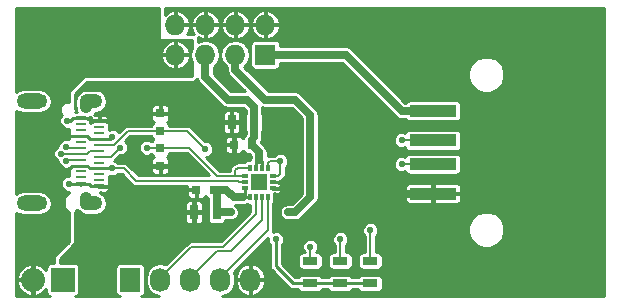
<source format=gtl>
G04 #@! TF.FileFunction,Copper,L1,Top,Signal*
%FSLAX46Y46*%
G04 Gerber Fmt 4.6, Leading zero omitted, Abs format (unit mm)*
G04 Created by KiCad (PCBNEW 4.0.1-stable) date 1/20/2016 02:09:16*
%MOMM*%
G01*
G04 APERTURE LIST*
%ADD10C,0.254000*%
%ADD11R,0.800000X0.750000*%
%ADD12R,0.700000X1.300000*%
%ADD13R,0.750000X0.800000*%
%ADD14R,1.727200X1.727200*%
%ADD15O,1.727200X1.727200*%
%ADD16R,4.000000X1.000000*%
%ADD17R,1.727200X2.032000*%
%ADD18O,1.727200X2.032000*%
%ADD19R,1.300000X0.700000*%
%ADD20R,0.580000X0.300000*%
%ADD21R,0.300000X0.580000*%
%ADD22R,1.450000X1.450000*%
%ADD23R,2.032000X2.032000*%
%ADD24O,2.032000X2.032000*%
%ADD25O,1.900000X1.200000*%
%ADD26O,2.600000X1.300000*%
%ADD27R,0.850000X0.300000*%
%ADD28R,0.850000X0.250000*%
%ADD29O,1.100000X1.550000*%
%ADD30C,0.584200*%
%ADD31C,0.635000*%
%ADD32C,0.152400*%
G04 APERTURE END LIST*
D10*
D11*
X78855000Y-85725000D03*
X77355000Y-85725000D03*
D12*
X75880000Y-91440000D03*
X73980000Y-91440000D03*
D11*
X75680000Y-89535000D03*
X74180000Y-89535000D03*
D13*
X71120000Y-86008780D03*
X71120000Y-87508780D03*
X71120000Y-84570000D03*
X71120000Y-83070000D03*
D14*
X80010000Y-78105000D03*
D15*
X80010000Y-75565000D03*
X77470000Y-78105000D03*
X77470000Y-75565000D03*
X74930000Y-78105000D03*
X74930000Y-75565000D03*
X72390000Y-78105000D03*
X72390000Y-75565000D03*
D16*
X94220000Y-89860000D03*
X94220000Y-87360000D03*
X94220000Y-85360000D03*
X94220000Y-82860000D03*
D17*
X68580000Y-97155000D03*
D18*
X71120000Y-97155000D03*
X73660000Y-97155000D03*
X76200000Y-97155000D03*
X78740000Y-97155000D03*
D19*
X83820000Y-97470000D03*
X83820000Y-95570000D03*
X86360000Y-97470000D03*
X86360000Y-95570000D03*
X88900000Y-97470000D03*
X88900000Y-95570000D03*
D20*
X78250560Y-88400000D03*
X78250560Y-88900000D03*
X78250560Y-89400000D03*
D21*
X79215560Y-90115000D03*
X79715560Y-90115000D03*
X80215560Y-90115000D03*
D20*
X80680560Y-89400000D03*
X80680560Y-88900000D03*
X80680560Y-88400000D03*
D21*
X80215560Y-87685000D03*
X79215560Y-87685000D03*
X78715560Y-87685000D03*
X79715560Y-87685000D03*
X78715560Y-90115000D03*
D22*
X79465560Y-88900000D03*
D12*
X79055000Y-83820000D03*
X77155000Y-83820000D03*
D23*
X62865000Y-97155000D03*
D24*
X60325000Y-97155000D03*
D25*
X65270000Y-82040000D03*
D26*
X60220000Y-90680000D03*
D27*
X65970000Y-83735000D03*
D28*
X65970000Y-84235000D03*
X65970000Y-84735000D03*
X65970000Y-85235000D03*
X65970000Y-85735000D03*
X65970000Y-86235000D03*
X65970000Y-86735000D03*
X65970000Y-87235000D03*
X65970000Y-87735000D03*
X65970000Y-88235000D03*
X65970000Y-88735000D03*
D27*
X65970000Y-89260000D03*
X64370000Y-89010000D03*
D28*
X64370000Y-88485000D03*
X64370000Y-87985000D03*
X64370000Y-87485000D03*
X64370000Y-86985000D03*
X64370000Y-86485000D03*
X64370000Y-85985000D03*
X64370000Y-85485000D03*
X64370000Y-84985000D03*
X64370000Y-84485000D03*
X64370000Y-83985000D03*
D27*
X64370000Y-83460000D03*
D26*
X60220000Y-82040000D03*
D25*
X65270000Y-90680000D03*
D29*
X64870000Y-82265000D03*
X64870000Y-90455000D03*
D30*
X91440000Y-89916000D03*
X70104000Y-83058000D03*
X70231000Y-87503000D03*
X73025000Y-91440000D03*
X73279000Y-89535000D03*
X76454000Y-85979000D03*
X76200000Y-83820000D03*
X81534000Y-89408000D03*
X81534000Y-88900000D03*
X67056000Y-83693000D03*
X63246000Y-83693000D03*
X67056000Y-89281000D03*
X63373000Y-89027000D03*
X81915000Y-91440000D03*
X77089000Y-91440000D03*
X81280000Y-87122000D03*
X74930000Y-86106000D03*
X63171363Y-87079185D03*
X69977000Y-85979000D03*
X63165000Y-88011000D03*
X67056000Y-87735000D03*
X62992000Y-84709000D03*
X67056000Y-85090000D03*
X80899000Y-93726000D03*
X83820000Y-94361000D03*
X86360000Y-93726000D03*
X88900000Y-92964000D03*
X91567000Y-87376000D03*
X62736000Y-86485000D03*
X91567000Y-85344000D03*
X67721842Y-85964280D03*
X63172449Y-85891612D03*
D31*
X74930000Y-78105000D02*
X74930000Y-80010000D01*
X74930000Y-80010000D02*
X76835000Y-81915000D01*
X76835000Y-81915000D02*
X78435000Y-81915000D01*
X78435000Y-81915000D02*
X79055000Y-82535000D01*
X79055000Y-82535000D02*
X79055000Y-83820000D01*
X79055000Y-83820000D02*
X79055000Y-85090000D01*
X78855000Y-85725000D02*
X78855000Y-85290000D01*
X78855000Y-85290000D02*
X79055000Y-85090000D01*
D10*
X79715560Y-87685000D02*
X79715560Y-87141000D01*
X79715560Y-87141000D02*
X79569560Y-86995000D01*
X79569560Y-86995000D02*
X79502000Y-86995000D01*
X79215560Y-87685000D02*
X79215560Y-87141000D01*
X79215560Y-87141000D02*
X79361560Y-86995000D01*
X79361560Y-86995000D02*
X79502000Y-86995000D01*
D31*
X79502000Y-86372000D02*
X79502000Y-86995000D01*
X79375000Y-86245000D02*
X79502000Y-86372000D01*
X78855000Y-85725000D02*
X79375000Y-86245000D01*
X94220000Y-89860000D02*
X91496000Y-89860000D01*
X91496000Y-89860000D02*
X91440000Y-89916000D01*
D10*
X71120000Y-83070000D02*
X70116000Y-83070000D01*
X70116000Y-83070000D02*
X70104000Y-83058000D01*
X71120000Y-87508780D02*
X70236780Y-87508780D01*
X70236780Y-87508780D02*
X70231000Y-87503000D01*
X73980000Y-91440000D02*
X73025000Y-91440000D01*
X74180000Y-89535000D02*
X73279000Y-89535000D01*
X77355000Y-85725000D02*
X76708000Y-85725000D01*
X76708000Y-85725000D02*
X76454000Y-85979000D01*
X77155000Y-83820000D02*
X76200000Y-83820000D01*
X80680560Y-89400000D02*
X81526000Y-89400000D01*
X81526000Y-89400000D02*
X81534000Y-89408000D01*
X80680560Y-88900000D02*
X81534000Y-88900000D01*
X65970000Y-83735000D02*
X67014000Y-83735000D01*
X67014000Y-83735000D02*
X67056000Y-83693000D01*
X63458000Y-83693000D02*
X63246000Y-83693000D01*
X64370000Y-83460000D02*
X63691000Y-83460000D01*
X63691000Y-83460000D02*
X63458000Y-83693000D01*
X65970000Y-89260000D02*
X67035000Y-89260000D01*
X67035000Y-89260000D02*
X67056000Y-89281000D01*
X64370000Y-89010000D02*
X63390000Y-89010000D01*
X63390000Y-89010000D02*
X63373000Y-89027000D01*
X65151000Y-89112000D02*
X65151000Y-89120000D01*
X65151000Y-89120000D02*
X65291000Y-89260000D01*
X65291000Y-89260000D02*
X65970000Y-89260000D01*
X64370000Y-89010000D02*
X65049000Y-89010000D01*
X65049000Y-89010000D02*
X65151000Y-89112000D01*
X65024000Y-83460000D02*
X64370000Y-83460000D01*
X65249000Y-83693000D02*
X65249000Y-83685000D01*
X65249000Y-83685000D02*
X65024000Y-83460000D01*
X65970000Y-83735000D02*
X65291000Y-83735000D01*
X65291000Y-83735000D02*
X65249000Y-83693000D01*
D31*
X82550000Y-91440000D02*
X81915000Y-91440000D01*
X83820000Y-90170000D02*
X82550000Y-91440000D01*
X83820000Y-83185000D02*
X83820000Y-90170000D01*
X82550000Y-81915000D02*
X83820000Y-83185000D01*
X80010000Y-81915000D02*
X82550000Y-81915000D01*
X77470000Y-79375000D02*
X80010000Y-81915000D01*
X77470000Y-78105000D02*
X77470000Y-79375000D01*
D10*
X78715560Y-90115000D02*
X78160000Y-90115000D01*
X78160000Y-90115000D02*
X78105000Y-90170000D01*
X78250560Y-89400000D02*
X78250560Y-90024440D01*
X78250560Y-90024440D02*
X78105000Y-90170000D01*
D31*
X77350000Y-90170000D02*
X78105000Y-90170000D01*
X75680000Y-89535000D02*
X76715000Y-89535000D01*
X76715000Y-89535000D02*
X77350000Y-90170000D01*
X75880000Y-91440000D02*
X75880000Y-89735000D01*
X75880000Y-89735000D02*
X75680000Y-89535000D01*
X75880000Y-91440000D02*
X77089000Y-91440000D01*
D32*
X70592600Y-84570000D02*
X71120000Y-84570000D01*
X67203652Y-85735000D02*
X68368652Y-84570000D01*
X68368652Y-84570000D02*
X70592600Y-84570000D01*
X65970000Y-85735000D02*
X67203652Y-85735000D01*
X80215560Y-87297440D02*
X80391000Y-87122000D01*
X80391000Y-87122000D02*
X81280000Y-87122000D01*
X80215560Y-87685000D02*
X80215560Y-87297440D01*
X80680560Y-88400000D02*
X81122960Y-88400000D01*
X81122960Y-88400000D02*
X81280000Y-88242960D01*
X81280000Y-88242960D02*
X81280000Y-87535091D01*
X81280000Y-87535091D02*
X81280000Y-87122000D01*
X71120000Y-84570000D02*
X73394000Y-84570000D01*
X73394000Y-84570000D02*
X74930000Y-86106000D01*
X64370000Y-86985000D02*
X63265548Y-86985000D01*
X63265548Y-86985000D02*
X63171363Y-87079185D01*
X75954000Y-88400000D02*
X77470000Y-88400000D01*
X77470000Y-88400000D02*
X78250560Y-88400000D01*
X77669000Y-87685000D02*
X77470000Y-87884000D01*
X77470000Y-87884000D02*
X77470000Y-88400000D01*
X78715560Y-87685000D02*
X77669000Y-87685000D01*
X73562780Y-86008780D02*
X75954000Y-88400000D01*
X71120000Y-86008780D02*
X73562780Y-86008780D01*
X69977000Y-85979000D02*
X71090220Y-85979000D01*
X71090220Y-85979000D02*
X71120000Y-86008780D01*
D10*
X63691000Y-87485000D02*
X63165000Y-88011000D01*
X63165000Y-88011000D02*
X63038000Y-88138000D01*
D32*
X68050000Y-87735000D02*
X67056000Y-87735000D01*
D10*
X65970000Y-87735000D02*
X67056000Y-87735000D01*
X64370000Y-84985000D02*
X63754000Y-84985000D01*
X63754000Y-84985000D02*
X62379000Y-84985000D01*
X62992000Y-84709000D02*
X63284099Y-85001099D01*
X63284099Y-85001099D02*
X63737901Y-85001099D01*
X63737901Y-85001099D02*
X63754000Y-84985000D01*
X65970000Y-85235000D02*
X66911000Y-85235000D01*
X66911000Y-85235000D02*
X67056000Y-85090000D01*
X63038000Y-88138000D02*
X62738000Y-88138000D01*
X64370000Y-87485000D02*
X63691000Y-87485000D01*
X63645000Y-87485000D02*
X63500000Y-87630000D01*
X64370000Y-87485000D02*
X63645000Y-87485000D01*
X65970000Y-85235000D02*
X65172922Y-85235000D01*
X65172922Y-85235000D02*
X64922922Y-84985000D01*
X64922922Y-84985000D02*
X64370000Y-84985000D01*
X65970000Y-87735000D02*
X65172922Y-87735000D01*
X65172922Y-87735000D02*
X64922922Y-87485000D01*
X64922922Y-87485000D02*
X64370000Y-87485000D01*
D32*
X69088000Y-88773000D02*
X68050000Y-87735000D01*
X77681160Y-88773000D02*
X69088000Y-88773000D01*
X78250560Y-88900000D02*
X77808160Y-88900000D01*
X77808160Y-88900000D02*
X77681160Y-88773000D01*
D31*
X94220000Y-82860000D02*
X91585000Y-82860000D01*
X91585000Y-82860000D02*
X86830000Y-78105000D01*
X86830000Y-78105000D02*
X80010000Y-78105000D01*
D10*
X80899000Y-93726000D02*
X80899000Y-96012000D01*
X80899000Y-96012000D02*
X82357000Y-97470000D01*
X83820000Y-97470000D02*
X82357000Y-97470000D01*
X86360000Y-97470000D02*
X83820000Y-97470000D01*
X88900000Y-97470000D02*
X86360000Y-97470000D01*
D32*
X83820000Y-94361000D02*
X83820000Y-95570000D01*
X76200000Y-97155000D02*
X76200000Y-97307400D01*
X80215560Y-90115000D02*
X80215560Y-91948000D01*
X76200000Y-97155000D02*
X76200000Y-97002600D01*
X76200000Y-97002600D02*
X80215560Y-92987040D01*
X80215560Y-92987040D02*
X80215560Y-91948000D01*
X86360000Y-93726000D02*
X86360000Y-95570000D01*
X77089000Y-94742000D02*
X79715560Y-92115440D01*
X79715560Y-92115440D02*
X79715560Y-90115000D01*
X75920600Y-94742000D02*
X77089000Y-94742000D01*
X73660000Y-97155000D02*
X73660000Y-97002600D01*
X73660000Y-97002600D02*
X75920600Y-94742000D01*
X88900000Y-92964000D02*
X88900000Y-95570000D01*
X76454000Y-94361000D02*
X73761600Y-94361000D01*
X73761600Y-94361000D02*
X71120000Y-97002600D01*
X71120000Y-97002600D02*
X71120000Y-97155000D01*
X79215560Y-91599440D02*
X76454000Y-94361000D01*
X79215560Y-90115000D02*
X79215560Y-91599440D01*
X91567000Y-87376000D02*
X94204000Y-87376000D01*
X94204000Y-87376000D02*
X94220000Y-87360000D01*
X64370000Y-86485000D02*
X62736000Y-86485000D01*
X64370000Y-86485000D02*
X64947400Y-86485000D01*
X64947400Y-86485000D02*
X65197400Y-86235000D01*
X65197400Y-86235000D02*
X65392600Y-86235000D01*
X65392600Y-86235000D02*
X65970000Y-86235000D01*
X91567000Y-85344000D02*
X94204000Y-85344000D01*
X94204000Y-85344000D02*
X94220000Y-85360000D01*
X67429743Y-86256379D02*
X67721842Y-85964280D01*
X66951122Y-86735000D02*
X67429743Y-86256379D01*
X65970000Y-86735000D02*
X66951122Y-86735000D01*
X63265837Y-85985000D02*
X63172449Y-85891612D01*
X64370000Y-85985000D02*
X63265837Y-85985000D01*
D10*
G36*
X70993000Y-76708000D02*
X71003006Y-76757410D01*
X71031447Y-76799035D01*
X71073841Y-76826315D01*
X71120000Y-76835000D01*
X73787000Y-76835000D01*
X73787000Y-77581954D01*
X73755757Y-77628712D01*
X73661017Y-78105000D01*
X73755757Y-78581288D01*
X73787000Y-78628046D01*
X73787000Y-79883000D01*
X64770000Y-79883000D01*
X64720590Y-79893006D01*
X64680197Y-79920197D01*
X63410197Y-81190197D01*
X63382334Y-81232211D01*
X63373000Y-81280000D01*
X63373000Y-82079089D01*
X63135135Y-82078882D01*
X62884748Y-82182339D01*
X62693013Y-82373741D01*
X62589118Y-82623946D01*
X62588882Y-82894865D01*
X62692339Y-83145252D01*
X62767022Y-83220065D01*
X62675706Y-83311222D01*
X62573017Y-83558525D01*
X62572783Y-83826301D01*
X62675041Y-84073783D01*
X62864222Y-84263294D01*
X63111525Y-84365983D01*
X63373000Y-84366211D01*
X63373000Y-85246066D01*
X63306924Y-85218629D01*
X63039148Y-85218395D01*
X62791666Y-85320653D01*
X62602155Y-85509834D01*
X62499466Y-85757137D01*
X62499381Y-85854473D01*
X62355217Y-85914041D01*
X62165706Y-86103222D01*
X62063017Y-86350525D01*
X62062783Y-86618301D01*
X62165041Y-86865783D01*
X62354222Y-87055294D01*
X62498231Y-87115092D01*
X62498146Y-87212486D01*
X62600404Y-87459968D01*
X62789585Y-87649479D01*
X63036888Y-87752168D01*
X63304664Y-87752402D01*
X63373000Y-87724166D01*
X63373000Y-88353899D01*
X63239699Y-88353783D01*
X62992217Y-88456041D01*
X62802706Y-88645222D01*
X62700017Y-88892525D01*
X62699783Y-89160301D01*
X62802041Y-89407783D01*
X62991222Y-89597294D01*
X63238525Y-89699983D01*
X63373000Y-89700101D01*
X63373000Y-89837341D01*
X63359393Y-89840048D01*
X63138460Y-89987670D01*
X62990838Y-90208603D01*
X62939000Y-90469210D01*
X62939000Y-90750790D01*
X62990838Y-91011397D01*
X63138460Y-91232330D01*
X63359393Y-91379952D01*
X63373000Y-91382659D01*
X63373000Y-93927394D01*
X62140197Y-95160197D01*
X62112334Y-95202211D01*
X62103000Y-95250000D01*
X62103000Y-95750536D01*
X61849000Y-95750536D01*
X61707810Y-95777103D01*
X61578135Y-95860546D01*
X61491141Y-95987866D01*
X61460536Y-96139000D01*
X61460536Y-96354876D01*
X61108321Y-95998267D01*
X60606032Y-95786554D01*
X60388500Y-95854689D01*
X60388500Y-97091500D01*
X60408500Y-97091500D01*
X60408500Y-97218500D01*
X60388500Y-97218500D01*
X60388500Y-98455311D01*
X60606032Y-98523446D01*
X61108321Y-98311733D01*
X61460536Y-97955124D01*
X61460536Y-98171000D01*
X61487103Y-98312190D01*
X61570546Y-98441865D01*
X61697866Y-98528859D01*
X61812141Y-98552000D01*
X58928000Y-98552000D01*
X58928000Y-97436031D01*
X58956559Y-97436031D01*
X59158643Y-97923918D01*
X59541679Y-98311733D01*
X60043968Y-98523446D01*
X60261500Y-98455311D01*
X60261500Y-97218500D01*
X59024800Y-97218500D01*
X58956559Y-97436031D01*
X58928000Y-97436031D01*
X58928000Y-96873969D01*
X58956559Y-96873969D01*
X59024800Y-97091500D01*
X60261500Y-97091500D01*
X60261500Y-95854689D01*
X60043968Y-95786554D01*
X59541679Y-95998267D01*
X59158643Y-96386082D01*
X58956559Y-96873969D01*
X58928000Y-96873969D01*
X58928000Y-91489182D01*
X59142520Y-91632520D01*
X59537067Y-91711000D01*
X60902933Y-91711000D01*
X61297480Y-91632520D01*
X61631960Y-91409027D01*
X61855453Y-91074547D01*
X61933933Y-90680000D01*
X61855453Y-90285453D01*
X61631960Y-89950973D01*
X61297480Y-89727480D01*
X60902933Y-89649000D01*
X59537067Y-89649000D01*
X59142520Y-89727480D01*
X58928000Y-89870818D01*
X58928000Y-82849182D01*
X59142520Y-82992520D01*
X59537067Y-83071000D01*
X60902933Y-83071000D01*
X61297480Y-82992520D01*
X61631960Y-82769027D01*
X61855453Y-82434547D01*
X61933933Y-82040000D01*
X61855453Y-81645453D01*
X61631960Y-81310973D01*
X61297480Y-81087480D01*
X60902933Y-81009000D01*
X59537067Y-81009000D01*
X59142520Y-81087480D01*
X58928000Y-81230818D01*
X58928000Y-78362163D01*
X71172258Y-78362163D01*
X71347079Y-78784235D01*
X71686399Y-79131640D01*
X72132836Y-79322748D01*
X72326500Y-79252735D01*
X72326500Y-78168500D01*
X72453500Y-78168500D01*
X72453500Y-79252735D01*
X72647164Y-79322748D01*
X73093601Y-79131640D01*
X73432921Y-78784235D01*
X73607742Y-78362163D01*
X73537595Y-78168500D01*
X72453500Y-78168500D01*
X72326500Y-78168500D01*
X71242405Y-78168500D01*
X71172258Y-78362163D01*
X58928000Y-78362163D01*
X58928000Y-77847837D01*
X71172258Y-77847837D01*
X71242405Y-78041500D01*
X72326500Y-78041500D01*
X72326500Y-76957265D01*
X72453500Y-76957265D01*
X72453500Y-78041500D01*
X73537595Y-78041500D01*
X73607742Y-77847837D01*
X73432921Y-77425765D01*
X73093601Y-77078360D01*
X72647164Y-76887252D01*
X72453500Y-76957265D01*
X72326500Y-76957265D01*
X72132836Y-76887252D01*
X71686399Y-77078360D01*
X71347079Y-77425765D01*
X71172258Y-77847837D01*
X58928000Y-77847837D01*
X58928000Y-74168000D01*
X70993000Y-74168000D01*
X70993000Y-76708000D01*
X70993000Y-76708000D01*
G37*
X70993000Y-76708000D02*
X71003006Y-76757410D01*
X71031447Y-76799035D01*
X71073841Y-76826315D01*
X71120000Y-76835000D01*
X73787000Y-76835000D01*
X73787000Y-77581954D01*
X73755757Y-77628712D01*
X73661017Y-78105000D01*
X73755757Y-78581288D01*
X73787000Y-78628046D01*
X73787000Y-79883000D01*
X64770000Y-79883000D01*
X64720590Y-79893006D01*
X64680197Y-79920197D01*
X63410197Y-81190197D01*
X63382334Y-81232211D01*
X63373000Y-81280000D01*
X63373000Y-82079089D01*
X63135135Y-82078882D01*
X62884748Y-82182339D01*
X62693013Y-82373741D01*
X62589118Y-82623946D01*
X62588882Y-82894865D01*
X62692339Y-83145252D01*
X62767022Y-83220065D01*
X62675706Y-83311222D01*
X62573017Y-83558525D01*
X62572783Y-83826301D01*
X62675041Y-84073783D01*
X62864222Y-84263294D01*
X63111525Y-84365983D01*
X63373000Y-84366211D01*
X63373000Y-85246066D01*
X63306924Y-85218629D01*
X63039148Y-85218395D01*
X62791666Y-85320653D01*
X62602155Y-85509834D01*
X62499466Y-85757137D01*
X62499381Y-85854473D01*
X62355217Y-85914041D01*
X62165706Y-86103222D01*
X62063017Y-86350525D01*
X62062783Y-86618301D01*
X62165041Y-86865783D01*
X62354222Y-87055294D01*
X62498231Y-87115092D01*
X62498146Y-87212486D01*
X62600404Y-87459968D01*
X62789585Y-87649479D01*
X63036888Y-87752168D01*
X63304664Y-87752402D01*
X63373000Y-87724166D01*
X63373000Y-88353899D01*
X63239699Y-88353783D01*
X62992217Y-88456041D01*
X62802706Y-88645222D01*
X62700017Y-88892525D01*
X62699783Y-89160301D01*
X62802041Y-89407783D01*
X62991222Y-89597294D01*
X63238525Y-89699983D01*
X63373000Y-89700101D01*
X63373000Y-89837341D01*
X63359393Y-89840048D01*
X63138460Y-89987670D01*
X62990838Y-90208603D01*
X62939000Y-90469210D01*
X62939000Y-90750790D01*
X62990838Y-91011397D01*
X63138460Y-91232330D01*
X63359393Y-91379952D01*
X63373000Y-91382659D01*
X63373000Y-93927394D01*
X62140197Y-95160197D01*
X62112334Y-95202211D01*
X62103000Y-95250000D01*
X62103000Y-95750536D01*
X61849000Y-95750536D01*
X61707810Y-95777103D01*
X61578135Y-95860546D01*
X61491141Y-95987866D01*
X61460536Y-96139000D01*
X61460536Y-96354876D01*
X61108321Y-95998267D01*
X60606032Y-95786554D01*
X60388500Y-95854689D01*
X60388500Y-97091500D01*
X60408500Y-97091500D01*
X60408500Y-97218500D01*
X60388500Y-97218500D01*
X60388500Y-98455311D01*
X60606032Y-98523446D01*
X61108321Y-98311733D01*
X61460536Y-97955124D01*
X61460536Y-98171000D01*
X61487103Y-98312190D01*
X61570546Y-98441865D01*
X61697866Y-98528859D01*
X61812141Y-98552000D01*
X58928000Y-98552000D01*
X58928000Y-97436031D01*
X58956559Y-97436031D01*
X59158643Y-97923918D01*
X59541679Y-98311733D01*
X60043968Y-98523446D01*
X60261500Y-98455311D01*
X60261500Y-97218500D01*
X59024800Y-97218500D01*
X58956559Y-97436031D01*
X58928000Y-97436031D01*
X58928000Y-96873969D01*
X58956559Y-96873969D01*
X59024800Y-97091500D01*
X60261500Y-97091500D01*
X60261500Y-95854689D01*
X60043968Y-95786554D01*
X59541679Y-95998267D01*
X59158643Y-96386082D01*
X58956559Y-96873969D01*
X58928000Y-96873969D01*
X58928000Y-91489182D01*
X59142520Y-91632520D01*
X59537067Y-91711000D01*
X60902933Y-91711000D01*
X61297480Y-91632520D01*
X61631960Y-91409027D01*
X61855453Y-91074547D01*
X61933933Y-90680000D01*
X61855453Y-90285453D01*
X61631960Y-89950973D01*
X61297480Y-89727480D01*
X60902933Y-89649000D01*
X59537067Y-89649000D01*
X59142520Y-89727480D01*
X58928000Y-89870818D01*
X58928000Y-82849182D01*
X59142520Y-82992520D01*
X59537067Y-83071000D01*
X60902933Y-83071000D01*
X61297480Y-82992520D01*
X61631960Y-82769027D01*
X61855453Y-82434547D01*
X61933933Y-82040000D01*
X61855453Y-81645453D01*
X61631960Y-81310973D01*
X61297480Y-81087480D01*
X60902933Y-81009000D01*
X59537067Y-81009000D01*
X59142520Y-81087480D01*
X58928000Y-81230818D01*
X58928000Y-78362163D01*
X71172258Y-78362163D01*
X71347079Y-78784235D01*
X71686399Y-79131640D01*
X72132836Y-79322748D01*
X72326500Y-79252735D01*
X72326500Y-78168500D01*
X72453500Y-78168500D01*
X72453500Y-79252735D01*
X72647164Y-79322748D01*
X73093601Y-79131640D01*
X73432921Y-78784235D01*
X73607742Y-78362163D01*
X73537595Y-78168500D01*
X72453500Y-78168500D01*
X72326500Y-78168500D01*
X71242405Y-78168500D01*
X71172258Y-78362163D01*
X58928000Y-78362163D01*
X58928000Y-77847837D01*
X71172258Y-77847837D01*
X71242405Y-78041500D01*
X72326500Y-78041500D01*
X72326500Y-76957265D01*
X72453500Y-76957265D01*
X72453500Y-78041500D01*
X73537595Y-78041500D01*
X73607742Y-77847837D01*
X73432921Y-77425765D01*
X73093601Y-77078360D01*
X72647164Y-76887252D01*
X72453500Y-76957265D01*
X72326500Y-76957265D01*
X72132836Y-76887252D01*
X71686399Y-77078360D01*
X71347079Y-77425765D01*
X71172258Y-77847837D01*
X58928000Y-77847837D01*
X58928000Y-74168000D01*
X70993000Y-74168000D01*
X70993000Y-76708000D01*
G36*
X108712000Y-98552000D02*
X76337593Y-98552000D01*
X76676288Y-98484629D01*
X77080065Y-98214834D01*
X77349860Y-97811057D01*
X77444600Y-97334769D01*
X77444600Y-97218500D01*
X77495400Y-97218500D01*
X77495400Y-97370900D01*
X77614440Y-97842354D01*
X77904836Y-98232366D01*
X78322378Y-98481561D01*
X78482837Y-98525142D01*
X78676500Y-98454995D01*
X78676500Y-97218500D01*
X78803500Y-97218500D01*
X78803500Y-98454995D01*
X78997163Y-98525142D01*
X79157622Y-98481561D01*
X79575164Y-98232366D01*
X79865560Y-97842354D01*
X79984600Y-97370900D01*
X79984600Y-97218500D01*
X78803500Y-97218500D01*
X78676500Y-97218500D01*
X77495400Y-97218500D01*
X77444600Y-97218500D01*
X77444600Y-96975231D01*
X77437414Y-96939100D01*
X77495400Y-96939100D01*
X77495400Y-97091500D01*
X78676500Y-97091500D01*
X78676500Y-95855005D01*
X78803500Y-95855005D01*
X78803500Y-97091500D01*
X79984600Y-97091500D01*
X79984600Y-96939100D01*
X79865560Y-96467646D01*
X79575164Y-96077634D01*
X79157622Y-95828439D01*
X78997163Y-95784858D01*
X78803500Y-95855005D01*
X78676500Y-95855005D01*
X78482837Y-95784858D01*
X78322378Y-95828439D01*
X77904836Y-96077634D01*
X77614440Y-96467646D01*
X77495400Y-96939100D01*
X77437414Y-96939100D01*
X77349922Y-96499256D01*
X80225989Y-93623190D01*
X80225783Y-93859301D01*
X80328041Y-94106783D01*
X80391000Y-94169852D01*
X80391000Y-96012000D01*
X80429669Y-96206403D01*
X80539790Y-96371210D01*
X81997789Y-97829210D01*
X82162596Y-97939331D01*
X82194850Y-97945746D01*
X82357000Y-97978000D01*
X82818920Y-97978000D01*
X82891546Y-98090865D01*
X83018866Y-98177859D01*
X83170000Y-98208464D01*
X84470000Y-98208464D01*
X84611190Y-98181897D01*
X84740865Y-98098454D01*
X84823168Y-97978000D01*
X85358920Y-97978000D01*
X85431546Y-98090865D01*
X85558866Y-98177859D01*
X85710000Y-98208464D01*
X87010000Y-98208464D01*
X87151190Y-98181897D01*
X87280865Y-98098454D01*
X87363168Y-97978000D01*
X87898920Y-97978000D01*
X87971546Y-98090865D01*
X88098866Y-98177859D01*
X88250000Y-98208464D01*
X89550000Y-98208464D01*
X89691190Y-98181897D01*
X89820865Y-98098454D01*
X89907859Y-97971134D01*
X89938464Y-97820000D01*
X89938464Y-97120000D01*
X89911897Y-96978810D01*
X89828454Y-96849135D01*
X89701134Y-96762141D01*
X89550000Y-96731536D01*
X88250000Y-96731536D01*
X88108810Y-96758103D01*
X87979135Y-96841546D01*
X87896832Y-96962000D01*
X87361080Y-96962000D01*
X87288454Y-96849135D01*
X87161134Y-96762141D01*
X87010000Y-96731536D01*
X85710000Y-96731536D01*
X85568810Y-96758103D01*
X85439135Y-96841546D01*
X85356832Y-96962000D01*
X84821080Y-96962000D01*
X84748454Y-96849135D01*
X84621134Y-96762141D01*
X84470000Y-96731536D01*
X83170000Y-96731536D01*
X83028810Y-96758103D01*
X82899135Y-96841546D01*
X82816832Y-96962000D01*
X82567421Y-96962000D01*
X81407000Y-95801580D01*
X81407000Y-95220000D01*
X82781536Y-95220000D01*
X82781536Y-95920000D01*
X82808103Y-96061190D01*
X82891546Y-96190865D01*
X83018866Y-96277859D01*
X83170000Y-96308464D01*
X84470000Y-96308464D01*
X84611190Y-96281897D01*
X84740865Y-96198454D01*
X84827859Y-96071134D01*
X84858464Y-95920000D01*
X84858464Y-95220000D01*
X85321536Y-95220000D01*
X85321536Y-95920000D01*
X85348103Y-96061190D01*
X85431546Y-96190865D01*
X85558866Y-96277859D01*
X85710000Y-96308464D01*
X87010000Y-96308464D01*
X87151190Y-96281897D01*
X87280865Y-96198454D01*
X87367859Y-96071134D01*
X87398464Y-95920000D01*
X87398464Y-95220000D01*
X87861536Y-95220000D01*
X87861536Y-95920000D01*
X87888103Y-96061190D01*
X87971546Y-96190865D01*
X88098866Y-96277859D01*
X88250000Y-96308464D01*
X89550000Y-96308464D01*
X89691190Y-96281897D01*
X89820865Y-96198454D01*
X89907859Y-96071134D01*
X89938464Y-95920000D01*
X89938464Y-95220000D01*
X89911897Y-95078810D01*
X89828454Y-94949135D01*
X89701134Y-94862141D01*
X89550000Y-94831536D01*
X89357200Y-94831536D01*
X89357200Y-93458675D01*
X89470294Y-93345778D01*
X89517040Y-93233199D01*
X97188735Y-93233199D01*
X97421325Y-93796109D01*
X97851626Y-94227162D01*
X98414129Y-94460734D01*
X99023199Y-94461265D01*
X99586109Y-94228675D01*
X100017162Y-93798374D01*
X100250734Y-93235871D01*
X100251265Y-92626801D01*
X100018675Y-92063891D01*
X99588374Y-91632838D01*
X99025871Y-91399266D01*
X98416801Y-91398735D01*
X97853891Y-91631325D01*
X97422838Y-92061626D01*
X97189266Y-92624129D01*
X97188735Y-93233199D01*
X89517040Y-93233199D01*
X89572983Y-93098475D01*
X89573217Y-92830699D01*
X89470959Y-92583217D01*
X89281778Y-92393706D01*
X89034475Y-92291017D01*
X88766699Y-92290783D01*
X88519217Y-92393041D01*
X88329706Y-92582222D01*
X88227017Y-92829525D01*
X88226783Y-93097301D01*
X88329041Y-93344783D01*
X88442800Y-93458740D01*
X88442800Y-94831536D01*
X88250000Y-94831536D01*
X88108810Y-94858103D01*
X87979135Y-94941546D01*
X87892141Y-95068866D01*
X87861536Y-95220000D01*
X87398464Y-95220000D01*
X87371897Y-95078810D01*
X87288454Y-94949135D01*
X87161134Y-94862141D01*
X87010000Y-94831536D01*
X86817200Y-94831536D01*
X86817200Y-94220675D01*
X86930294Y-94107778D01*
X87032983Y-93860475D01*
X87033217Y-93592699D01*
X86930959Y-93345217D01*
X86741778Y-93155706D01*
X86494475Y-93053017D01*
X86226699Y-93052783D01*
X85979217Y-93155041D01*
X85789706Y-93344222D01*
X85687017Y-93591525D01*
X85686783Y-93859301D01*
X85789041Y-94106783D01*
X85902800Y-94220740D01*
X85902800Y-94831536D01*
X85710000Y-94831536D01*
X85568810Y-94858103D01*
X85439135Y-94941546D01*
X85352141Y-95068866D01*
X85321536Y-95220000D01*
X84858464Y-95220000D01*
X84831897Y-95078810D01*
X84748454Y-94949135D01*
X84621134Y-94862141D01*
X84470000Y-94831536D01*
X84301381Y-94831536D01*
X84390294Y-94742778D01*
X84492983Y-94495475D01*
X84493217Y-94227699D01*
X84390959Y-93980217D01*
X84201778Y-93790706D01*
X83954475Y-93688017D01*
X83686699Y-93687783D01*
X83439217Y-93790041D01*
X83249706Y-93979222D01*
X83147017Y-94226525D01*
X83146783Y-94494301D01*
X83249041Y-94741783D01*
X83338638Y-94831536D01*
X83170000Y-94831536D01*
X83028810Y-94858103D01*
X82899135Y-94941546D01*
X82812141Y-95068866D01*
X82781536Y-95220000D01*
X81407000Y-95220000D01*
X81407000Y-94169964D01*
X81469294Y-94107778D01*
X81571983Y-93860475D01*
X81572217Y-93592699D01*
X81469959Y-93345217D01*
X81280778Y-93155706D01*
X81033475Y-93053017D01*
X80765699Y-93052783D01*
X80650189Y-93100511D01*
X80659636Y-93053017D01*
X80672760Y-92987040D01*
X80672760Y-90630276D01*
X80723419Y-90556134D01*
X80754024Y-90405000D01*
X80754024Y-89845714D01*
X80839310Y-89931000D01*
X81046345Y-89931000D01*
X81186379Y-89872996D01*
X81293556Y-89765820D01*
X81351560Y-89625786D01*
X81351560Y-89558750D01*
X81256310Y-89463500D01*
X80744060Y-89463500D01*
X80744060Y-89483500D01*
X80617060Y-89483500D01*
X80617060Y-89463500D01*
X80597060Y-89463500D01*
X80597060Y-89355750D01*
X80616310Y-89336500D01*
X80617060Y-89336500D01*
X80617060Y-89316500D01*
X80744060Y-89316500D01*
X80744060Y-89336500D01*
X80744810Y-89336500D01*
X80839310Y-89431000D01*
X81046345Y-89431000D01*
X81186379Y-89372996D01*
X81222875Y-89336500D01*
X81256310Y-89336500D01*
X81351560Y-89241250D01*
X81351560Y-89174214D01*
X81341530Y-89150000D01*
X81351560Y-89125786D01*
X81351560Y-89058750D01*
X81256310Y-88963500D01*
X81222875Y-88963500D01*
X81186379Y-88927004D01*
X81126693Y-88902281D01*
X81228921Y-88836500D01*
X81256310Y-88836500D01*
X81263581Y-88829229D01*
X81297923Y-88822398D01*
X81446249Y-88723289D01*
X81603289Y-88566249D01*
X81702398Y-88417923D01*
X81737200Y-88242960D01*
X81737200Y-87616675D01*
X81850294Y-87503778D01*
X81952983Y-87256475D01*
X81953217Y-86988699D01*
X81850959Y-86741217D01*
X81661778Y-86551706D01*
X81414475Y-86449017D01*
X81146699Y-86448783D01*
X80899217Y-86551041D01*
X80785260Y-86664800D01*
X80391000Y-86664800D01*
X80216037Y-86699602D01*
X80200500Y-86709984D01*
X80200500Y-86372000D01*
X80182392Y-86280963D01*
X80147330Y-86104695D01*
X79995914Y-85878086D01*
X79643464Y-85525636D01*
X79643464Y-85442411D01*
X79700330Y-85357305D01*
X79753500Y-85090000D01*
X79753500Y-84634831D01*
X79762859Y-84621134D01*
X79793464Y-84470000D01*
X79793464Y-83170000D01*
X79766897Y-83028810D01*
X79753500Y-83007990D01*
X79753500Y-82562479D01*
X80010000Y-82613500D01*
X82260672Y-82613500D01*
X83121500Y-83474328D01*
X83121500Y-89880672D01*
X82260672Y-90741500D01*
X81915000Y-90741500D01*
X81787867Y-90766788D01*
X81781699Y-90766783D01*
X81775949Y-90769159D01*
X81647696Y-90794670D01*
X81539916Y-90866686D01*
X81534217Y-90869041D01*
X81529814Y-90873436D01*
X81421086Y-90946086D01*
X81349070Y-91053866D01*
X81344706Y-91058222D01*
X81342321Y-91063967D01*
X81269670Y-91172696D01*
X81244381Y-91299831D01*
X81242017Y-91305525D01*
X81242012Y-91311745D01*
X81216500Y-91440000D01*
X81241788Y-91567133D01*
X81241783Y-91573301D01*
X81244159Y-91579051D01*
X81269670Y-91707304D01*
X81341686Y-91815084D01*
X81344041Y-91820783D01*
X81348436Y-91825186D01*
X81421086Y-91933914D01*
X81528866Y-92005930D01*
X81533222Y-92010294D01*
X81538967Y-92012679D01*
X81647696Y-92085330D01*
X81774831Y-92110619D01*
X81780525Y-92112983D01*
X81786745Y-92112988D01*
X81915000Y-92138500D01*
X82550000Y-92138500D01*
X82817305Y-92085330D01*
X83043914Y-91933914D01*
X84313914Y-90663914D01*
X84465330Y-90437305D01*
X84518500Y-90170000D01*
X84518500Y-90018750D01*
X91839000Y-90018750D01*
X91839000Y-90435786D01*
X91897004Y-90575820D01*
X92004181Y-90682996D01*
X92144215Y-90741000D01*
X94061250Y-90741000D01*
X94156500Y-90645750D01*
X94156500Y-89923500D01*
X94283500Y-89923500D01*
X94283500Y-90645750D01*
X94378750Y-90741000D01*
X96295785Y-90741000D01*
X96435819Y-90682996D01*
X96542996Y-90575820D01*
X96601000Y-90435786D01*
X96601000Y-90018750D01*
X96505750Y-89923500D01*
X94283500Y-89923500D01*
X94156500Y-89923500D01*
X91934250Y-89923500D01*
X91839000Y-90018750D01*
X84518500Y-90018750D01*
X84518500Y-89284214D01*
X91839000Y-89284214D01*
X91839000Y-89701250D01*
X91934250Y-89796500D01*
X94156500Y-89796500D01*
X94156500Y-89074250D01*
X94283500Y-89074250D01*
X94283500Y-89796500D01*
X96505750Y-89796500D01*
X96601000Y-89701250D01*
X96601000Y-89284214D01*
X96542996Y-89144180D01*
X96435819Y-89037004D01*
X96295785Y-88979000D01*
X94378750Y-88979000D01*
X94283500Y-89074250D01*
X94156500Y-89074250D01*
X94061250Y-88979000D01*
X92144215Y-88979000D01*
X92004181Y-89037004D01*
X91897004Y-89144180D01*
X91839000Y-89284214D01*
X84518500Y-89284214D01*
X84518500Y-87509301D01*
X90893783Y-87509301D01*
X90996041Y-87756783D01*
X91185222Y-87946294D01*
X91432525Y-88048983D01*
X91700301Y-88049217D01*
X91855104Y-87985253D01*
X91858103Y-88001190D01*
X91941546Y-88130865D01*
X92068866Y-88217859D01*
X92220000Y-88248464D01*
X96220000Y-88248464D01*
X96361190Y-88221897D01*
X96490865Y-88138454D01*
X96577859Y-88011134D01*
X96608464Y-87860000D01*
X96608464Y-86860000D01*
X96581897Y-86718810D01*
X96498454Y-86589135D01*
X96371134Y-86502141D01*
X96220000Y-86471536D01*
X92220000Y-86471536D01*
X92078810Y-86498103D01*
X91949135Y-86581546D01*
X91862141Y-86708866D01*
X91850772Y-86765010D01*
X91701475Y-86703017D01*
X91433699Y-86702783D01*
X91186217Y-86805041D01*
X90996706Y-86994222D01*
X90894017Y-87241525D01*
X90893783Y-87509301D01*
X84518500Y-87509301D01*
X84518500Y-85477301D01*
X90893783Y-85477301D01*
X90996041Y-85724783D01*
X91185222Y-85914294D01*
X91432525Y-86016983D01*
X91700301Y-86017217D01*
X91849517Y-85955562D01*
X91858103Y-86001190D01*
X91941546Y-86130865D01*
X92068866Y-86217859D01*
X92220000Y-86248464D01*
X96220000Y-86248464D01*
X96361190Y-86221897D01*
X96490865Y-86138454D01*
X96577859Y-86011134D01*
X96608464Y-85860000D01*
X96608464Y-84860000D01*
X96581897Y-84718810D01*
X96498454Y-84589135D01*
X96371134Y-84502141D01*
X96220000Y-84471536D01*
X92220000Y-84471536D01*
X92078810Y-84498103D01*
X91949135Y-84581546D01*
X91862141Y-84708866D01*
X91856749Y-84735492D01*
X91701475Y-84671017D01*
X91433699Y-84670783D01*
X91186217Y-84773041D01*
X90996706Y-84962222D01*
X90894017Y-85209525D01*
X90893783Y-85477301D01*
X84518500Y-85477301D01*
X84518500Y-83185000D01*
X84486525Y-83024250D01*
X84465330Y-82917695D01*
X84313914Y-82691086D01*
X83043914Y-81421086D01*
X82817305Y-81269670D01*
X82550000Y-81216500D01*
X80299328Y-81216500D01*
X78190682Y-79107854D01*
X78374448Y-78985065D01*
X78644243Y-78581288D01*
X78738983Y-78105000D01*
X78644243Y-77628712D01*
X78385450Y-77241400D01*
X78757936Y-77241400D01*
X78757936Y-78968600D01*
X78784503Y-79109790D01*
X78867946Y-79239465D01*
X78995266Y-79326459D01*
X79146400Y-79357064D01*
X80873600Y-79357064D01*
X81014790Y-79330497D01*
X81144465Y-79247054D01*
X81231459Y-79119734D01*
X81262064Y-78968600D01*
X81262064Y-78803500D01*
X86540672Y-78803500D01*
X91091086Y-83353914D01*
X91317696Y-83505330D01*
X91585000Y-83558500D01*
X91894981Y-83558500D01*
X91941546Y-83630865D01*
X92068866Y-83717859D01*
X92220000Y-83748464D01*
X96220000Y-83748464D01*
X96361190Y-83721897D01*
X96490865Y-83638454D01*
X96577859Y-83511134D01*
X96608464Y-83360000D01*
X96608464Y-82360000D01*
X96581897Y-82218810D01*
X96498454Y-82089135D01*
X96371134Y-82002141D01*
X96220000Y-81971536D01*
X92220000Y-81971536D01*
X92078810Y-81998103D01*
X91949135Y-82081546D01*
X91894505Y-82161500D01*
X91874328Y-82161500D01*
X89806027Y-80093199D01*
X97188735Y-80093199D01*
X97421325Y-80656109D01*
X97851626Y-81087162D01*
X98414129Y-81320734D01*
X99023199Y-81321265D01*
X99586109Y-81088675D01*
X100017162Y-80658374D01*
X100250734Y-80095871D01*
X100251265Y-79486801D01*
X100018675Y-78923891D01*
X99588374Y-78492838D01*
X99025871Y-78259266D01*
X98416801Y-78258735D01*
X97853891Y-78491325D01*
X97422838Y-78921626D01*
X97189266Y-79484129D01*
X97188735Y-80093199D01*
X89806027Y-80093199D01*
X87323914Y-77611086D01*
X87097305Y-77459670D01*
X86830000Y-77406500D01*
X81262064Y-77406500D01*
X81262064Y-77241400D01*
X81235497Y-77100210D01*
X81152054Y-76970535D01*
X81024734Y-76883541D01*
X80873600Y-76852936D01*
X79146400Y-76852936D01*
X79005210Y-76879503D01*
X78875535Y-76962946D01*
X78788541Y-77090266D01*
X78757936Y-77241400D01*
X78385450Y-77241400D01*
X78374448Y-77224935D01*
X77970671Y-76955140D01*
X77494383Y-76860400D01*
X77445617Y-76860400D01*
X76969329Y-76955140D01*
X76565552Y-77224935D01*
X76295757Y-77628712D01*
X76201017Y-78105000D01*
X76295757Y-78581288D01*
X76565552Y-78985065D01*
X76771500Y-79122675D01*
X76771500Y-79375000D01*
X76824670Y-79642305D01*
X76976086Y-79868914D01*
X78323672Y-81216500D01*
X77124328Y-81216500D01*
X75628500Y-79720672D01*
X75628500Y-79122675D01*
X75834448Y-78985065D01*
X76104243Y-78581288D01*
X76198983Y-78105000D01*
X76104243Y-77628712D01*
X75834448Y-77224935D01*
X75430671Y-76955140D01*
X74954383Y-76860400D01*
X74905617Y-76860400D01*
X74429329Y-76955140D01*
X74295000Y-77044896D01*
X74295000Y-76708000D01*
X74277197Y-76613385D01*
X74672836Y-76782748D01*
X74866500Y-76712735D01*
X74866500Y-75628500D01*
X74993500Y-75628500D01*
X74993500Y-76712735D01*
X75187164Y-76782748D01*
X75633601Y-76591640D01*
X75972921Y-76244235D01*
X76147742Y-75822163D01*
X76252258Y-75822163D01*
X76427079Y-76244235D01*
X76766399Y-76591640D01*
X77212836Y-76782748D01*
X77406500Y-76712735D01*
X77406500Y-75628500D01*
X77533500Y-75628500D01*
X77533500Y-76712735D01*
X77727164Y-76782748D01*
X78173601Y-76591640D01*
X78512921Y-76244235D01*
X78687742Y-75822163D01*
X78792258Y-75822163D01*
X78967079Y-76244235D01*
X79306399Y-76591640D01*
X79752836Y-76782748D01*
X79946500Y-76712735D01*
X79946500Y-75628500D01*
X80073500Y-75628500D01*
X80073500Y-76712735D01*
X80267164Y-76782748D01*
X80713601Y-76591640D01*
X81052921Y-76244235D01*
X81227742Y-75822163D01*
X81157595Y-75628500D01*
X80073500Y-75628500D01*
X79946500Y-75628500D01*
X78862405Y-75628500D01*
X78792258Y-75822163D01*
X78687742Y-75822163D01*
X78617595Y-75628500D01*
X77533500Y-75628500D01*
X77406500Y-75628500D01*
X76322405Y-75628500D01*
X76252258Y-75822163D01*
X76147742Y-75822163D01*
X76077595Y-75628500D01*
X74993500Y-75628500D01*
X74866500Y-75628500D01*
X73782405Y-75628500D01*
X73712258Y-75822163D01*
X73887079Y-76244235D01*
X73981212Y-76340611D01*
X73914000Y-76327000D01*
X73352082Y-76327000D01*
X73432921Y-76244235D01*
X73607742Y-75822163D01*
X73537595Y-75628500D01*
X72453500Y-75628500D01*
X72453500Y-75648500D01*
X72326500Y-75648500D01*
X72326500Y-75628500D01*
X72306500Y-75628500D01*
X72306500Y-75501500D01*
X72326500Y-75501500D01*
X72326500Y-74417265D01*
X72453500Y-74417265D01*
X72453500Y-75501500D01*
X73537595Y-75501500D01*
X73607742Y-75307837D01*
X73712258Y-75307837D01*
X73782405Y-75501500D01*
X74866500Y-75501500D01*
X74866500Y-74417265D01*
X74993500Y-74417265D01*
X74993500Y-75501500D01*
X76077595Y-75501500D01*
X76147742Y-75307837D01*
X76252258Y-75307837D01*
X76322405Y-75501500D01*
X77406500Y-75501500D01*
X77406500Y-74417265D01*
X77533500Y-74417265D01*
X77533500Y-75501500D01*
X78617595Y-75501500D01*
X78687742Y-75307837D01*
X78792258Y-75307837D01*
X78862405Y-75501500D01*
X79946500Y-75501500D01*
X79946500Y-74417265D01*
X80073500Y-74417265D01*
X80073500Y-75501500D01*
X81157595Y-75501500D01*
X81227742Y-75307837D01*
X81052921Y-74885765D01*
X80713601Y-74538360D01*
X80267164Y-74347252D01*
X80073500Y-74417265D01*
X79946500Y-74417265D01*
X79752836Y-74347252D01*
X79306399Y-74538360D01*
X78967079Y-74885765D01*
X78792258Y-75307837D01*
X78687742Y-75307837D01*
X78512921Y-74885765D01*
X78173601Y-74538360D01*
X77727164Y-74347252D01*
X77533500Y-74417265D01*
X77406500Y-74417265D01*
X77212836Y-74347252D01*
X76766399Y-74538360D01*
X76427079Y-74885765D01*
X76252258Y-75307837D01*
X76147742Y-75307837D01*
X75972921Y-74885765D01*
X75633601Y-74538360D01*
X75187164Y-74347252D01*
X74993500Y-74417265D01*
X74866500Y-74417265D01*
X74672836Y-74347252D01*
X74226399Y-74538360D01*
X73887079Y-74885765D01*
X73712258Y-75307837D01*
X73607742Y-75307837D01*
X73432921Y-74885765D01*
X73093601Y-74538360D01*
X72647164Y-74347252D01*
X72453500Y-74417265D01*
X72326500Y-74417265D01*
X72132836Y-74347252D01*
X71686399Y-74538360D01*
X71501000Y-74728177D01*
X71501000Y-74168000D01*
X108712000Y-74168000D01*
X108712000Y-98552000D01*
X108712000Y-98552000D01*
G37*
X108712000Y-98552000D02*
X76337593Y-98552000D01*
X76676288Y-98484629D01*
X77080065Y-98214834D01*
X77349860Y-97811057D01*
X77444600Y-97334769D01*
X77444600Y-97218500D01*
X77495400Y-97218500D01*
X77495400Y-97370900D01*
X77614440Y-97842354D01*
X77904836Y-98232366D01*
X78322378Y-98481561D01*
X78482837Y-98525142D01*
X78676500Y-98454995D01*
X78676500Y-97218500D01*
X78803500Y-97218500D01*
X78803500Y-98454995D01*
X78997163Y-98525142D01*
X79157622Y-98481561D01*
X79575164Y-98232366D01*
X79865560Y-97842354D01*
X79984600Y-97370900D01*
X79984600Y-97218500D01*
X78803500Y-97218500D01*
X78676500Y-97218500D01*
X77495400Y-97218500D01*
X77444600Y-97218500D01*
X77444600Y-96975231D01*
X77437414Y-96939100D01*
X77495400Y-96939100D01*
X77495400Y-97091500D01*
X78676500Y-97091500D01*
X78676500Y-95855005D01*
X78803500Y-95855005D01*
X78803500Y-97091500D01*
X79984600Y-97091500D01*
X79984600Y-96939100D01*
X79865560Y-96467646D01*
X79575164Y-96077634D01*
X79157622Y-95828439D01*
X78997163Y-95784858D01*
X78803500Y-95855005D01*
X78676500Y-95855005D01*
X78482837Y-95784858D01*
X78322378Y-95828439D01*
X77904836Y-96077634D01*
X77614440Y-96467646D01*
X77495400Y-96939100D01*
X77437414Y-96939100D01*
X77349922Y-96499256D01*
X80225989Y-93623190D01*
X80225783Y-93859301D01*
X80328041Y-94106783D01*
X80391000Y-94169852D01*
X80391000Y-96012000D01*
X80429669Y-96206403D01*
X80539790Y-96371210D01*
X81997789Y-97829210D01*
X82162596Y-97939331D01*
X82194850Y-97945746D01*
X82357000Y-97978000D01*
X82818920Y-97978000D01*
X82891546Y-98090865D01*
X83018866Y-98177859D01*
X83170000Y-98208464D01*
X84470000Y-98208464D01*
X84611190Y-98181897D01*
X84740865Y-98098454D01*
X84823168Y-97978000D01*
X85358920Y-97978000D01*
X85431546Y-98090865D01*
X85558866Y-98177859D01*
X85710000Y-98208464D01*
X87010000Y-98208464D01*
X87151190Y-98181897D01*
X87280865Y-98098454D01*
X87363168Y-97978000D01*
X87898920Y-97978000D01*
X87971546Y-98090865D01*
X88098866Y-98177859D01*
X88250000Y-98208464D01*
X89550000Y-98208464D01*
X89691190Y-98181897D01*
X89820865Y-98098454D01*
X89907859Y-97971134D01*
X89938464Y-97820000D01*
X89938464Y-97120000D01*
X89911897Y-96978810D01*
X89828454Y-96849135D01*
X89701134Y-96762141D01*
X89550000Y-96731536D01*
X88250000Y-96731536D01*
X88108810Y-96758103D01*
X87979135Y-96841546D01*
X87896832Y-96962000D01*
X87361080Y-96962000D01*
X87288454Y-96849135D01*
X87161134Y-96762141D01*
X87010000Y-96731536D01*
X85710000Y-96731536D01*
X85568810Y-96758103D01*
X85439135Y-96841546D01*
X85356832Y-96962000D01*
X84821080Y-96962000D01*
X84748454Y-96849135D01*
X84621134Y-96762141D01*
X84470000Y-96731536D01*
X83170000Y-96731536D01*
X83028810Y-96758103D01*
X82899135Y-96841546D01*
X82816832Y-96962000D01*
X82567421Y-96962000D01*
X81407000Y-95801580D01*
X81407000Y-95220000D01*
X82781536Y-95220000D01*
X82781536Y-95920000D01*
X82808103Y-96061190D01*
X82891546Y-96190865D01*
X83018866Y-96277859D01*
X83170000Y-96308464D01*
X84470000Y-96308464D01*
X84611190Y-96281897D01*
X84740865Y-96198454D01*
X84827859Y-96071134D01*
X84858464Y-95920000D01*
X84858464Y-95220000D01*
X85321536Y-95220000D01*
X85321536Y-95920000D01*
X85348103Y-96061190D01*
X85431546Y-96190865D01*
X85558866Y-96277859D01*
X85710000Y-96308464D01*
X87010000Y-96308464D01*
X87151190Y-96281897D01*
X87280865Y-96198454D01*
X87367859Y-96071134D01*
X87398464Y-95920000D01*
X87398464Y-95220000D01*
X87861536Y-95220000D01*
X87861536Y-95920000D01*
X87888103Y-96061190D01*
X87971546Y-96190865D01*
X88098866Y-96277859D01*
X88250000Y-96308464D01*
X89550000Y-96308464D01*
X89691190Y-96281897D01*
X89820865Y-96198454D01*
X89907859Y-96071134D01*
X89938464Y-95920000D01*
X89938464Y-95220000D01*
X89911897Y-95078810D01*
X89828454Y-94949135D01*
X89701134Y-94862141D01*
X89550000Y-94831536D01*
X89357200Y-94831536D01*
X89357200Y-93458675D01*
X89470294Y-93345778D01*
X89517040Y-93233199D01*
X97188735Y-93233199D01*
X97421325Y-93796109D01*
X97851626Y-94227162D01*
X98414129Y-94460734D01*
X99023199Y-94461265D01*
X99586109Y-94228675D01*
X100017162Y-93798374D01*
X100250734Y-93235871D01*
X100251265Y-92626801D01*
X100018675Y-92063891D01*
X99588374Y-91632838D01*
X99025871Y-91399266D01*
X98416801Y-91398735D01*
X97853891Y-91631325D01*
X97422838Y-92061626D01*
X97189266Y-92624129D01*
X97188735Y-93233199D01*
X89517040Y-93233199D01*
X89572983Y-93098475D01*
X89573217Y-92830699D01*
X89470959Y-92583217D01*
X89281778Y-92393706D01*
X89034475Y-92291017D01*
X88766699Y-92290783D01*
X88519217Y-92393041D01*
X88329706Y-92582222D01*
X88227017Y-92829525D01*
X88226783Y-93097301D01*
X88329041Y-93344783D01*
X88442800Y-93458740D01*
X88442800Y-94831536D01*
X88250000Y-94831536D01*
X88108810Y-94858103D01*
X87979135Y-94941546D01*
X87892141Y-95068866D01*
X87861536Y-95220000D01*
X87398464Y-95220000D01*
X87371897Y-95078810D01*
X87288454Y-94949135D01*
X87161134Y-94862141D01*
X87010000Y-94831536D01*
X86817200Y-94831536D01*
X86817200Y-94220675D01*
X86930294Y-94107778D01*
X87032983Y-93860475D01*
X87033217Y-93592699D01*
X86930959Y-93345217D01*
X86741778Y-93155706D01*
X86494475Y-93053017D01*
X86226699Y-93052783D01*
X85979217Y-93155041D01*
X85789706Y-93344222D01*
X85687017Y-93591525D01*
X85686783Y-93859301D01*
X85789041Y-94106783D01*
X85902800Y-94220740D01*
X85902800Y-94831536D01*
X85710000Y-94831536D01*
X85568810Y-94858103D01*
X85439135Y-94941546D01*
X85352141Y-95068866D01*
X85321536Y-95220000D01*
X84858464Y-95220000D01*
X84831897Y-95078810D01*
X84748454Y-94949135D01*
X84621134Y-94862141D01*
X84470000Y-94831536D01*
X84301381Y-94831536D01*
X84390294Y-94742778D01*
X84492983Y-94495475D01*
X84493217Y-94227699D01*
X84390959Y-93980217D01*
X84201778Y-93790706D01*
X83954475Y-93688017D01*
X83686699Y-93687783D01*
X83439217Y-93790041D01*
X83249706Y-93979222D01*
X83147017Y-94226525D01*
X83146783Y-94494301D01*
X83249041Y-94741783D01*
X83338638Y-94831536D01*
X83170000Y-94831536D01*
X83028810Y-94858103D01*
X82899135Y-94941546D01*
X82812141Y-95068866D01*
X82781536Y-95220000D01*
X81407000Y-95220000D01*
X81407000Y-94169964D01*
X81469294Y-94107778D01*
X81571983Y-93860475D01*
X81572217Y-93592699D01*
X81469959Y-93345217D01*
X81280778Y-93155706D01*
X81033475Y-93053017D01*
X80765699Y-93052783D01*
X80650189Y-93100511D01*
X80659636Y-93053017D01*
X80672760Y-92987040D01*
X80672760Y-90630276D01*
X80723419Y-90556134D01*
X80754024Y-90405000D01*
X80754024Y-89845714D01*
X80839310Y-89931000D01*
X81046345Y-89931000D01*
X81186379Y-89872996D01*
X81293556Y-89765820D01*
X81351560Y-89625786D01*
X81351560Y-89558750D01*
X81256310Y-89463500D01*
X80744060Y-89463500D01*
X80744060Y-89483500D01*
X80617060Y-89483500D01*
X80617060Y-89463500D01*
X80597060Y-89463500D01*
X80597060Y-89355750D01*
X80616310Y-89336500D01*
X80617060Y-89336500D01*
X80617060Y-89316500D01*
X80744060Y-89316500D01*
X80744060Y-89336500D01*
X80744810Y-89336500D01*
X80839310Y-89431000D01*
X81046345Y-89431000D01*
X81186379Y-89372996D01*
X81222875Y-89336500D01*
X81256310Y-89336500D01*
X81351560Y-89241250D01*
X81351560Y-89174214D01*
X81341530Y-89150000D01*
X81351560Y-89125786D01*
X81351560Y-89058750D01*
X81256310Y-88963500D01*
X81222875Y-88963500D01*
X81186379Y-88927004D01*
X81126693Y-88902281D01*
X81228921Y-88836500D01*
X81256310Y-88836500D01*
X81263581Y-88829229D01*
X81297923Y-88822398D01*
X81446249Y-88723289D01*
X81603289Y-88566249D01*
X81702398Y-88417923D01*
X81737200Y-88242960D01*
X81737200Y-87616675D01*
X81850294Y-87503778D01*
X81952983Y-87256475D01*
X81953217Y-86988699D01*
X81850959Y-86741217D01*
X81661778Y-86551706D01*
X81414475Y-86449017D01*
X81146699Y-86448783D01*
X80899217Y-86551041D01*
X80785260Y-86664800D01*
X80391000Y-86664800D01*
X80216037Y-86699602D01*
X80200500Y-86709984D01*
X80200500Y-86372000D01*
X80182392Y-86280963D01*
X80147330Y-86104695D01*
X79995914Y-85878086D01*
X79643464Y-85525636D01*
X79643464Y-85442411D01*
X79700330Y-85357305D01*
X79753500Y-85090000D01*
X79753500Y-84634831D01*
X79762859Y-84621134D01*
X79793464Y-84470000D01*
X79793464Y-83170000D01*
X79766897Y-83028810D01*
X79753500Y-83007990D01*
X79753500Y-82562479D01*
X80010000Y-82613500D01*
X82260672Y-82613500D01*
X83121500Y-83474328D01*
X83121500Y-89880672D01*
X82260672Y-90741500D01*
X81915000Y-90741500D01*
X81787867Y-90766788D01*
X81781699Y-90766783D01*
X81775949Y-90769159D01*
X81647696Y-90794670D01*
X81539916Y-90866686D01*
X81534217Y-90869041D01*
X81529814Y-90873436D01*
X81421086Y-90946086D01*
X81349070Y-91053866D01*
X81344706Y-91058222D01*
X81342321Y-91063967D01*
X81269670Y-91172696D01*
X81244381Y-91299831D01*
X81242017Y-91305525D01*
X81242012Y-91311745D01*
X81216500Y-91440000D01*
X81241788Y-91567133D01*
X81241783Y-91573301D01*
X81244159Y-91579051D01*
X81269670Y-91707304D01*
X81341686Y-91815084D01*
X81344041Y-91820783D01*
X81348436Y-91825186D01*
X81421086Y-91933914D01*
X81528866Y-92005930D01*
X81533222Y-92010294D01*
X81538967Y-92012679D01*
X81647696Y-92085330D01*
X81774831Y-92110619D01*
X81780525Y-92112983D01*
X81786745Y-92112988D01*
X81915000Y-92138500D01*
X82550000Y-92138500D01*
X82817305Y-92085330D01*
X83043914Y-91933914D01*
X84313914Y-90663914D01*
X84465330Y-90437305D01*
X84518500Y-90170000D01*
X84518500Y-90018750D01*
X91839000Y-90018750D01*
X91839000Y-90435786D01*
X91897004Y-90575820D01*
X92004181Y-90682996D01*
X92144215Y-90741000D01*
X94061250Y-90741000D01*
X94156500Y-90645750D01*
X94156500Y-89923500D01*
X94283500Y-89923500D01*
X94283500Y-90645750D01*
X94378750Y-90741000D01*
X96295785Y-90741000D01*
X96435819Y-90682996D01*
X96542996Y-90575820D01*
X96601000Y-90435786D01*
X96601000Y-90018750D01*
X96505750Y-89923500D01*
X94283500Y-89923500D01*
X94156500Y-89923500D01*
X91934250Y-89923500D01*
X91839000Y-90018750D01*
X84518500Y-90018750D01*
X84518500Y-89284214D01*
X91839000Y-89284214D01*
X91839000Y-89701250D01*
X91934250Y-89796500D01*
X94156500Y-89796500D01*
X94156500Y-89074250D01*
X94283500Y-89074250D01*
X94283500Y-89796500D01*
X96505750Y-89796500D01*
X96601000Y-89701250D01*
X96601000Y-89284214D01*
X96542996Y-89144180D01*
X96435819Y-89037004D01*
X96295785Y-88979000D01*
X94378750Y-88979000D01*
X94283500Y-89074250D01*
X94156500Y-89074250D01*
X94061250Y-88979000D01*
X92144215Y-88979000D01*
X92004181Y-89037004D01*
X91897004Y-89144180D01*
X91839000Y-89284214D01*
X84518500Y-89284214D01*
X84518500Y-87509301D01*
X90893783Y-87509301D01*
X90996041Y-87756783D01*
X91185222Y-87946294D01*
X91432525Y-88048983D01*
X91700301Y-88049217D01*
X91855104Y-87985253D01*
X91858103Y-88001190D01*
X91941546Y-88130865D01*
X92068866Y-88217859D01*
X92220000Y-88248464D01*
X96220000Y-88248464D01*
X96361190Y-88221897D01*
X96490865Y-88138454D01*
X96577859Y-88011134D01*
X96608464Y-87860000D01*
X96608464Y-86860000D01*
X96581897Y-86718810D01*
X96498454Y-86589135D01*
X96371134Y-86502141D01*
X96220000Y-86471536D01*
X92220000Y-86471536D01*
X92078810Y-86498103D01*
X91949135Y-86581546D01*
X91862141Y-86708866D01*
X91850772Y-86765010D01*
X91701475Y-86703017D01*
X91433699Y-86702783D01*
X91186217Y-86805041D01*
X90996706Y-86994222D01*
X90894017Y-87241525D01*
X90893783Y-87509301D01*
X84518500Y-87509301D01*
X84518500Y-85477301D01*
X90893783Y-85477301D01*
X90996041Y-85724783D01*
X91185222Y-85914294D01*
X91432525Y-86016983D01*
X91700301Y-86017217D01*
X91849517Y-85955562D01*
X91858103Y-86001190D01*
X91941546Y-86130865D01*
X92068866Y-86217859D01*
X92220000Y-86248464D01*
X96220000Y-86248464D01*
X96361190Y-86221897D01*
X96490865Y-86138454D01*
X96577859Y-86011134D01*
X96608464Y-85860000D01*
X96608464Y-84860000D01*
X96581897Y-84718810D01*
X96498454Y-84589135D01*
X96371134Y-84502141D01*
X96220000Y-84471536D01*
X92220000Y-84471536D01*
X92078810Y-84498103D01*
X91949135Y-84581546D01*
X91862141Y-84708866D01*
X91856749Y-84735492D01*
X91701475Y-84671017D01*
X91433699Y-84670783D01*
X91186217Y-84773041D01*
X90996706Y-84962222D01*
X90894017Y-85209525D01*
X90893783Y-85477301D01*
X84518500Y-85477301D01*
X84518500Y-83185000D01*
X84486525Y-83024250D01*
X84465330Y-82917695D01*
X84313914Y-82691086D01*
X83043914Y-81421086D01*
X82817305Y-81269670D01*
X82550000Y-81216500D01*
X80299328Y-81216500D01*
X78190682Y-79107854D01*
X78374448Y-78985065D01*
X78644243Y-78581288D01*
X78738983Y-78105000D01*
X78644243Y-77628712D01*
X78385450Y-77241400D01*
X78757936Y-77241400D01*
X78757936Y-78968600D01*
X78784503Y-79109790D01*
X78867946Y-79239465D01*
X78995266Y-79326459D01*
X79146400Y-79357064D01*
X80873600Y-79357064D01*
X81014790Y-79330497D01*
X81144465Y-79247054D01*
X81231459Y-79119734D01*
X81262064Y-78968600D01*
X81262064Y-78803500D01*
X86540672Y-78803500D01*
X91091086Y-83353914D01*
X91317696Y-83505330D01*
X91585000Y-83558500D01*
X91894981Y-83558500D01*
X91941546Y-83630865D01*
X92068866Y-83717859D01*
X92220000Y-83748464D01*
X96220000Y-83748464D01*
X96361190Y-83721897D01*
X96490865Y-83638454D01*
X96577859Y-83511134D01*
X96608464Y-83360000D01*
X96608464Y-82360000D01*
X96581897Y-82218810D01*
X96498454Y-82089135D01*
X96371134Y-82002141D01*
X96220000Y-81971536D01*
X92220000Y-81971536D01*
X92078810Y-81998103D01*
X91949135Y-82081546D01*
X91894505Y-82161500D01*
X91874328Y-82161500D01*
X89806027Y-80093199D01*
X97188735Y-80093199D01*
X97421325Y-80656109D01*
X97851626Y-81087162D01*
X98414129Y-81320734D01*
X99023199Y-81321265D01*
X99586109Y-81088675D01*
X100017162Y-80658374D01*
X100250734Y-80095871D01*
X100251265Y-79486801D01*
X100018675Y-78923891D01*
X99588374Y-78492838D01*
X99025871Y-78259266D01*
X98416801Y-78258735D01*
X97853891Y-78491325D01*
X97422838Y-78921626D01*
X97189266Y-79484129D01*
X97188735Y-80093199D01*
X89806027Y-80093199D01*
X87323914Y-77611086D01*
X87097305Y-77459670D01*
X86830000Y-77406500D01*
X81262064Y-77406500D01*
X81262064Y-77241400D01*
X81235497Y-77100210D01*
X81152054Y-76970535D01*
X81024734Y-76883541D01*
X80873600Y-76852936D01*
X79146400Y-76852936D01*
X79005210Y-76879503D01*
X78875535Y-76962946D01*
X78788541Y-77090266D01*
X78757936Y-77241400D01*
X78385450Y-77241400D01*
X78374448Y-77224935D01*
X77970671Y-76955140D01*
X77494383Y-76860400D01*
X77445617Y-76860400D01*
X76969329Y-76955140D01*
X76565552Y-77224935D01*
X76295757Y-77628712D01*
X76201017Y-78105000D01*
X76295757Y-78581288D01*
X76565552Y-78985065D01*
X76771500Y-79122675D01*
X76771500Y-79375000D01*
X76824670Y-79642305D01*
X76976086Y-79868914D01*
X78323672Y-81216500D01*
X77124328Y-81216500D01*
X75628500Y-79720672D01*
X75628500Y-79122675D01*
X75834448Y-78985065D01*
X76104243Y-78581288D01*
X76198983Y-78105000D01*
X76104243Y-77628712D01*
X75834448Y-77224935D01*
X75430671Y-76955140D01*
X74954383Y-76860400D01*
X74905617Y-76860400D01*
X74429329Y-76955140D01*
X74295000Y-77044896D01*
X74295000Y-76708000D01*
X74277197Y-76613385D01*
X74672836Y-76782748D01*
X74866500Y-76712735D01*
X74866500Y-75628500D01*
X74993500Y-75628500D01*
X74993500Y-76712735D01*
X75187164Y-76782748D01*
X75633601Y-76591640D01*
X75972921Y-76244235D01*
X76147742Y-75822163D01*
X76252258Y-75822163D01*
X76427079Y-76244235D01*
X76766399Y-76591640D01*
X77212836Y-76782748D01*
X77406500Y-76712735D01*
X77406500Y-75628500D01*
X77533500Y-75628500D01*
X77533500Y-76712735D01*
X77727164Y-76782748D01*
X78173601Y-76591640D01*
X78512921Y-76244235D01*
X78687742Y-75822163D01*
X78792258Y-75822163D01*
X78967079Y-76244235D01*
X79306399Y-76591640D01*
X79752836Y-76782748D01*
X79946500Y-76712735D01*
X79946500Y-75628500D01*
X80073500Y-75628500D01*
X80073500Y-76712735D01*
X80267164Y-76782748D01*
X80713601Y-76591640D01*
X81052921Y-76244235D01*
X81227742Y-75822163D01*
X81157595Y-75628500D01*
X80073500Y-75628500D01*
X79946500Y-75628500D01*
X78862405Y-75628500D01*
X78792258Y-75822163D01*
X78687742Y-75822163D01*
X78617595Y-75628500D01*
X77533500Y-75628500D01*
X77406500Y-75628500D01*
X76322405Y-75628500D01*
X76252258Y-75822163D01*
X76147742Y-75822163D01*
X76077595Y-75628500D01*
X74993500Y-75628500D01*
X74866500Y-75628500D01*
X73782405Y-75628500D01*
X73712258Y-75822163D01*
X73887079Y-76244235D01*
X73981212Y-76340611D01*
X73914000Y-76327000D01*
X73352082Y-76327000D01*
X73432921Y-76244235D01*
X73607742Y-75822163D01*
X73537595Y-75628500D01*
X72453500Y-75628500D01*
X72453500Y-75648500D01*
X72326500Y-75648500D01*
X72326500Y-75628500D01*
X72306500Y-75628500D01*
X72306500Y-75501500D01*
X72326500Y-75501500D01*
X72326500Y-74417265D01*
X72453500Y-74417265D01*
X72453500Y-75501500D01*
X73537595Y-75501500D01*
X73607742Y-75307837D01*
X73712258Y-75307837D01*
X73782405Y-75501500D01*
X74866500Y-75501500D01*
X74866500Y-74417265D01*
X74993500Y-74417265D01*
X74993500Y-75501500D01*
X76077595Y-75501500D01*
X76147742Y-75307837D01*
X76252258Y-75307837D01*
X76322405Y-75501500D01*
X77406500Y-75501500D01*
X77406500Y-74417265D01*
X77533500Y-74417265D01*
X77533500Y-75501500D01*
X78617595Y-75501500D01*
X78687742Y-75307837D01*
X78792258Y-75307837D01*
X78862405Y-75501500D01*
X79946500Y-75501500D01*
X79946500Y-74417265D01*
X80073500Y-74417265D01*
X80073500Y-75501500D01*
X81157595Y-75501500D01*
X81227742Y-75307837D01*
X81052921Y-74885765D01*
X80713601Y-74538360D01*
X80267164Y-74347252D01*
X80073500Y-74417265D01*
X79946500Y-74417265D01*
X79752836Y-74347252D01*
X79306399Y-74538360D01*
X78967079Y-74885765D01*
X78792258Y-75307837D01*
X78687742Y-75307837D01*
X78512921Y-74885765D01*
X78173601Y-74538360D01*
X77727164Y-74347252D01*
X77533500Y-74417265D01*
X77406500Y-74417265D01*
X77212836Y-74347252D01*
X76766399Y-74538360D01*
X76427079Y-74885765D01*
X76252258Y-75307837D01*
X76147742Y-75307837D01*
X75972921Y-74885765D01*
X75633601Y-74538360D01*
X75187164Y-74347252D01*
X74993500Y-74417265D01*
X74866500Y-74417265D01*
X74672836Y-74347252D01*
X74226399Y-74538360D01*
X73887079Y-74885765D01*
X73712258Y-75307837D01*
X73607742Y-75307837D01*
X73432921Y-74885765D01*
X73093601Y-74538360D01*
X72647164Y-74347252D01*
X72453500Y-74417265D01*
X72326500Y-74417265D01*
X72132836Y-74347252D01*
X71686399Y-74538360D01*
X71501000Y-74728177D01*
X71501000Y-74168000D01*
X108712000Y-74168000D01*
X108712000Y-98552000D01*
G36*
X68764711Y-89096289D02*
X68913037Y-89195398D01*
X69088000Y-89230200D01*
X73399000Y-89230200D01*
X73399000Y-89376250D01*
X73494250Y-89471500D01*
X74116500Y-89471500D01*
X74116500Y-89451500D01*
X74243500Y-89451500D01*
X74243500Y-89471500D01*
X74263500Y-89471500D01*
X74263500Y-89598500D01*
X74243500Y-89598500D01*
X74243500Y-90195750D01*
X74338750Y-90291000D01*
X74655786Y-90291000D01*
X74795820Y-90232996D01*
X74902996Y-90125819D01*
X74927719Y-90066133D01*
X75001546Y-90180865D01*
X75128866Y-90267859D01*
X75181500Y-90278518D01*
X75181500Y-90625169D01*
X75172141Y-90638866D01*
X75141536Y-90790000D01*
X75141536Y-92090000D01*
X75168103Y-92231190D01*
X75251546Y-92360865D01*
X75378866Y-92447859D01*
X75530000Y-92478464D01*
X76230000Y-92478464D01*
X76371190Y-92451897D01*
X76500865Y-92368454D01*
X76587859Y-92241134D01*
X76608643Y-92138500D01*
X77089000Y-92138500D01*
X77216133Y-92113212D01*
X77222301Y-92113217D01*
X77228051Y-92110841D01*
X77356304Y-92085330D01*
X77464084Y-92013314D01*
X77469783Y-92010959D01*
X77474186Y-92006564D01*
X77582914Y-91933914D01*
X77654930Y-91826134D01*
X77659294Y-91821778D01*
X77661679Y-91816033D01*
X77734330Y-91707304D01*
X77759619Y-91580169D01*
X77761983Y-91574475D01*
X77761988Y-91568255D01*
X77787500Y-91440000D01*
X77762212Y-91312867D01*
X77762217Y-91306699D01*
X77759841Y-91300949D01*
X77734330Y-91172696D01*
X77662314Y-91064916D01*
X77659959Y-91059217D01*
X77655564Y-91054814D01*
X77582914Y-90946086D01*
X77475134Y-90874070D01*
X77470778Y-90869706D01*
X77467874Y-90868500D01*
X78105000Y-90868500D01*
X78372304Y-90815330D01*
X78442365Y-90768517D01*
X78565560Y-90793464D01*
X78758360Y-90793464D01*
X78758360Y-91410062D01*
X76264622Y-93903800D01*
X73761600Y-93903800D01*
X73586637Y-93938602D01*
X73438311Y-94037710D01*
X71628876Y-95847146D01*
X71596288Y-95825371D01*
X71120000Y-95730631D01*
X70643712Y-95825371D01*
X70239935Y-96095166D01*
X69970140Y-96498943D01*
X69875400Y-96975231D01*
X69875400Y-97334769D01*
X69970140Y-97811057D01*
X70239935Y-98214834D01*
X70643712Y-98484629D01*
X70982407Y-98552000D01*
X69483267Y-98552000D01*
X69584790Y-98532897D01*
X69714465Y-98449454D01*
X69801459Y-98322134D01*
X69832064Y-98171000D01*
X69832064Y-96139000D01*
X69805497Y-95997810D01*
X69722054Y-95868135D01*
X69594734Y-95781141D01*
X69443600Y-95750536D01*
X67716400Y-95750536D01*
X67575210Y-95777103D01*
X67445535Y-95860546D01*
X67358541Y-95987866D01*
X67327936Y-96139000D01*
X67327936Y-98171000D01*
X67354503Y-98312190D01*
X67437946Y-98441865D01*
X67565266Y-98528859D01*
X67679541Y-98552000D01*
X63920667Y-98552000D01*
X64022190Y-98532897D01*
X64151865Y-98449454D01*
X64238859Y-98322134D01*
X64269464Y-98171000D01*
X64269464Y-96139000D01*
X64242897Y-95997810D01*
X64159454Y-95868135D01*
X64032134Y-95781141D01*
X63881000Y-95750536D01*
X62611000Y-95750536D01*
X62611000Y-95407816D01*
X63769408Y-94249408D01*
X63850983Y-94128230D01*
X63881000Y-93980000D01*
X63881000Y-91379689D01*
X64101540Y-91232330D01*
X64103675Y-91229134D01*
X64200252Y-91373672D01*
X64518512Y-91586326D01*
X64893924Y-91661000D01*
X65646076Y-91661000D01*
X65959028Y-91598750D01*
X73249000Y-91598750D01*
X73249000Y-92165785D01*
X73307004Y-92305819D01*
X73414180Y-92412996D01*
X73554214Y-92471000D01*
X73821250Y-92471000D01*
X73916500Y-92375750D01*
X73916500Y-91503500D01*
X74043500Y-91503500D01*
X74043500Y-92375750D01*
X74138750Y-92471000D01*
X74405786Y-92471000D01*
X74545820Y-92412996D01*
X74652996Y-92305819D01*
X74711000Y-92165785D01*
X74711000Y-91598750D01*
X74615750Y-91503500D01*
X74043500Y-91503500D01*
X73916500Y-91503500D01*
X73344250Y-91503500D01*
X73249000Y-91598750D01*
X65959028Y-91598750D01*
X66021488Y-91586326D01*
X66339748Y-91373672D01*
X66552402Y-91055412D01*
X66620270Y-90714215D01*
X73249000Y-90714215D01*
X73249000Y-91281250D01*
X73344250Y-91376500D01*
X73916500Y-91376500D01*
X73916500Y-90504250D01*
X74043500Y-90504250D01*
X74043500Y-91376500D01*
X74615750Y-91376500D01*
X74711000Y-91281250D01*
X74711000Y-90714215D01*
X74652996Y-90574181D01*
X74545820Y-90467004D01*
X74405786Y-90409000D01*
X74138750Y-90409000D01*
X74043500Y-90504250D01*
X73916500Y-90504250D01*
X73821250Y-90409000D01*
X73554214Y-90409000D01*
X73414180Y-90467004D01*
X73307004Y-90574181D01*
X73249000Y-90714215D01*
X66620270Y-90714215D01*
X66627076Y-90680000D01*
X66552402Y-90304588D01*
X66339748Y-89986328D01*
X66033502Y-89781701D01*
X66033502Y-89695752D01*
X66128750Y-89791000D01*
X66470785Y-89791000D01*
X66610819Y-89732996D01*
X66650065Y-89693750D01*
X73399000Y-89693750D01*
X73399000Y-89985785D01*
X73457004Y-90125819D01*
X73564180Y-90232996D01*
X73704214Y-90291000D01*
X74021250Y-90291000D01*
X74116500Y-90195750D01*
X74116500Y-89598500D01*
X73494250Y-89598500D01*
X73399000Y-89693750D01*
X66650065Y-89693750D01*
X66717996Y-89625820D01*
X66776000Y-89485786D01*
X66776000Y-89418750D01*
X66680750Y-89323500D01*
X66033500Y-89323500D01*
X66033500Y-89343500D01*
X65906500Y-89343500D01*
X65906500Y-89323500D01*
X65886500Y-89323500D01*
X65886500Y-89248464D01*
X66395000Y-89248464D01*
X66536190Y-89221897D01*
X66575658Y-89196500D01*
X66680750Y-89196500D01*
X66776000Y-89101250D01*
X66776000Y-89034214D01*
X66757318Y-88989113D01*
X66783464Y-88860000D01*
X66783464Y-88610000D01*
X66759080Y-88480412D01*
X66783464Y-88360000D01*
X66783464Y-88350655D01*
X66921525Y-88407983D01*
X67189301Y-88408217D01*
X67436783Y-88305959D01*
X67550740Y-88192200D01*
X67860622Y-88192200D01*
X68764711Y-89096289D01*
X68764711Y-89096289D01*
G37*
X68764711Y-89096289D02*
X68913037Y-89195398D01*
X69088000Y-89230200D01*
X73399000Y-89230200D01*
X73399000Y-89376250D01*
X73494250Y-89471500D01*
X74116500Y-89471500D01*
X74116500Y-89451500D01*
X74243500Y-89451500D01*
X74243500Y-89471500D01*
X74263500Y-89471500D01*
X74263500Y-89598500D01*
X74243500Y-89598500D01*
X74243500Y-90195750D01*
X74338750Y-90291000D01*
X74655786Y-90291000D01*
X74795820Y-90232996D01*
X74902996Y-90125819D01*
X74927719Y-90066133D01*
X75001546Y-90180865D01*
X75128866Y-90267859D01*
X75181500Y-90278518D01*
X75181500Y-90625169D01*
X75172141Y-90638866D01*
X75141536Y-90790000D01*
X75141536Y-92090000D01*
X75168103Y-92231190D01*
X75251546Y-92360865D01*
X75378866Y-92447859D01*
X75530000Y-92478464D01*
X76230000Y-92478464D01*
X76371190Y-92451897D01*
X76500865Y-92368454D01*
X76587859Y-92241134D01*
X76608643Y-92138500D01*
X77089000Y-92138500D01*
X77216133Y-92113212D01*
X77222301Y-92113217D01*
X77228051Y-92110841D01*
X77356304Y-92085330D01*
X77464084Y-92013314D01*
X77469783Y-92010959D01*
X77474186Y-92006564D01*
X77582914Y-91933914D01*
X77654930Y-91826134D01*
X77659294Y-91821778D01*
X77661679Y-91816033D01*
X77734330Y-91707304D01*
X77759619Y-91580169D01*
X77761983Y-91574475D01*
X77761988Y-91568255D01*
X77787500Y-91440000D01*
X77762212Y-91312867D01*
X77762217Y-91306699D01*
X77759841Y-91300949D01*
X77734330Y-91172696D01*
X77662314Y-91064916D01*
X77659959Y-91059217D01*
X77655564Y-91054814D01*
X77582914Y-90946086D01*
X77475134Y-90874070D01*
X77470778Y-90869706D01*
X77467874Y-90868500D01*
X78105000Y-90868500D01*
X78372304Y-90815330D01*
X78442365Y-90768517D01*
X78565560Y-90793464D01*
X78758360Y-90793464D01*
X78758360Y-91410062D01*
X76264622Y-93903800D01*
X73761600Y-93903800D01*
X73586637Y-93938602D01*
X73438311Y-94037710D01*
X71628876Y-95847146D01*
X71596288Y-95825371D01*
X71120000Y-95730631D01*
X70643712Y-95825371D01*
X70239935Y-96095166D01*
X69970140Y-96498943D01*
X69875400Y-96975231D01*
X69875400Y-97334769D01*
X69970140Y-97811057D01*
X70239935Y-98214834D01*
X70643712Y-98484629D01*
X70982407Y-98552000D01*
X69483267Y-98552000D01*
X69584790Y-98532897D01*
X69714465Y-98449454D01*
X69801459Y-98322134D01*
X69832064Y-98171000D01*
X69832064Y-96139000D01*
X69805497Y-95997810D01*
X69722054Y-95868135D01*
X69594734Y-95781141D01*
X69443600Y-95750536D01*
X67716400Y-95750536D01*
X67575210Y-95777103D01*
X67445535Y-95860546D01*
X67358541Y-95987866D01*
X67327936Y-96139000D01*
X67327936Y-98171000D01*
X67354503Y-98312190D01*
X67437946Y-98441865D01*
X67565266Y-98528859D01*
X67679541Y-98552000D01*
X63920667Y-98552000D01*
X64022190Y-98532897D01*
X64151865Y-98449454D01*
X64238859Y-98322134D01*
X64269464Y-98171000D01*
X64269464Y-96139000D01*
X64242897Y-95997810D01*
X64159454Y-95868135D01*
X64032134Y-95781141D01*
X63881000Y-95750536D01*
X62611000Y-95750536D01*
X62611000Y-95407816D01*
X63769408Y-94249408D01*
X63850983Y-94128230D01*
X63881000Y-93980000D01*
X63881000Y-91379689D01*
X64101540Y-91232330D01*
X64103675Y-91229134D01*
X64200252Y-91373672D01*
X64518512Y-91586326D01*
X64893924Y-91661000D01*
X65646076Y-91661000D01*
X65959028Y-91598750D01*
X73249000Y-91598750D01*
X73249000Y-92165785D01*
X73307004Y-92305819D01*
X73414180Y-92412996D01*
X73554214Y-92471000D01*
X73821250Y-92471000D01*
X73916500Y-92375750D01*
X73916500Y-91503500D01*
X74043500Y-91503500D01*
X74043500Y-92375750D01*
X74138750Y-92471000D01*
X74405786Y-92471000D01*
X74545820Y-92412996D01*
X74652996Y-92305819D01*
X74711000Y-92165785D01*
X74711000Y-91598750D01*
X74615750Y-91503500D01*
X74043500Y-91503500D01*
X73916500Y-91503500D01*
X73344250Y-91503500D01*
X73249000Y-91598750D01*
X65959028Y-91598750D01*
X66021488Y-91586326D01*
X66339748Y-91373672D01*
X66552402Y-91055412D01*
X66620270Y-90714215D01*
X73249000Y-90714215D01*
X73249000Y-91281250D01*
X73344250Y-91376500D01*
X73916500Y-91376500D01*
X73916500Y-90504250D01*
X74043500Y-90504250D01*
X74043500Y-91376500D01*
X74615750Y-91376500D01*
X74711000Y-91281250D01*
X74711000Y-90714215D01*
X74652996Y-90574181D01*
X74545820Y-90467004D01*
X74405786Y-90409000D01*
X74138750Y-90409000D01*
X74043500Y-90504250D01*
X73916500Y-90504250D01*
X73821250Y-90409000D01*
X73554214Y-90409000D01*
X73414180Y-90467004D01*
X73307004Y-90574181D01*
X73249000Y-90714215D01*
X66620270Y-90714215D01*
X66627076Y-90680000D01*
X66552402Y-90304588D01*
X66339748Y-89986328D01*
X66033502Y-89781701D01*
X66033502Y-89695752D01*
X66128750Y-89791000D01*
X66470785Y-89791000D01*
X66610819Y-89732996D01*
X66650065Y-89693750D01*
X73399000Y-89693750D01*
X73399000Y-89985785D01*
X73457004Y-90125819D01*
X73564180Y-90232996D01*
X73704214Y-90291000D01*
X74021250Y-90291000D01*
X74116500Y-90195750D01*
X74116500Y-89598500D01*
X73494250Y-89598500D01*
X73399000Y-89693750D01*
X66650065Y-89693750D01*
X66717996Y-89625820D01*
X66776000Y-89485786D01*
X66776000Y-89418750D01*
X66680750Y-89323500D01*
X66033500Y-89323500D01*
X66033500Y-89343500D01*
X65906500Y-89343500D01*
X65906500Y-89323500D01*
X65886500Y-89323500D01*
X65886500Y-89248464D01*
X66395000Y-89248464D01*
X66536190Y-89221897D01*
X66575658Y-89196500D01*
X66680750Y-89196500D01*
X66776000Y-89101250D01*
X66776000Y-89034214D01*
X66757318Y-88989113D01*
X66783464Y-88860000D01*
X66783464Y-88610000D01*
X66759080Y-88480412D01*
X66783464Y-88360000D01*
X66783464Y-88350655D01*
X66921525Y-88407983D01*
X67189301Y-88408217D01*
X67436783Y-88305959D01*
X67550740Y-88192200D01*
X67860622Y-88192200D01*
X68764711Y-89096289D01*
G36*
X65164000Y-89101250D02*
X65259248Y-89196498D01*
X65176000Y-89196498D01*
X65176000Y-89168750D01*
X65080752Y-89073502D01*
X65164000Y-89073502D01*
X65164000Y-89101250D01*
X65164000Y-89101250D01*
G37*
X65164000Y-89101250D02*
X65259248Y-89196498D01*
X65176000Y-89196498D01*
X65176000Y-89168750D01*
X65080752Y-89073502D01*
X65164000Y-89073502D01*
X65164000Y-89101250D01*
G36*
X64453500Y-89073500D02*
X64433500Y-89073500D01*
X64433500Y-89093500D01*
X64306500Y-89093500D01*
X64306500Y-89073500D01*
X64286500Y-89073500D01*
X64286500Y-88998464D01*
X64453500Y-88998464D01*
X64453500Y-89073500D01*
X64453500Y-89073500D01*
G37*
X64453500Y-89073500D02*
X64433500Y-89073500D01*
X64433500Y-89093500D01*
X64306500Y-89093500D01*
X64306500Y-89073500D01*
X64286500Y-89073500D01*
X64286500Y-88998464D01*
X64453500Y-88998464D01*
X64453500Y-89073500D01*
G36*
X70383103Y-85111190D02*
X70466546Y-85240865D01*
X70537655Y-85289452D01*
X70474135Y-85330326D01*
X70395468Y-85445460D01*
X70358778Y-85408706D01*
X70111475Y-85306017D01*
X69843699Y-85305783D01*
X69596217Y-85408041D01*
X69406706Y-85597222D01*
X69304017Y-85844525D01*
X69303783Y-86112301D01*
X69406041Y-86359783D01*
X69595222Y-86549294D01*
X69842525Y-86651983D01*
X70110301Y-86652217D01*
X70357783Y-86549959D01*
X70379097Y-86528682D01*
X70383103Y-86549970D01*
X70466546Y-86679645D01*
X70586897Y-86761877D01*
X70529181Y-86785784D01*
X70422004Y-86892960D01*
X70364000Y-87032994D01*
X70364000Y-87350030D01*
X70459250Y-87445280D01*
X71056500Y-87445280D01*
X71056500Y-87425280D01*
X71183500Y-87425280D01*
X71183500Y-87445280D01*
X71780750Y-87445280D01*
X71876000Y-87350030D01*
X71876000Y-87032994D01*
X71817996Y-86892960D01*
X71710819Y-86785784D01*
X71651133Y-86761061D01*
X71765865Y-86687234D01*
X71852859Y-86559914D01*
X71871881Y-86465980D01*
X73373402Y-86465980D01*
X75223222Y-88315800D01*
X69277378Y-88315800D01*
X68629108Y-87667530D01*
X70364000Y-87667530D01*
X70364000Y-87984566D01*
X70422004Y-88124600D01*
X70529181Y-88231776D01*
X70669215Y-88289780D01*
X70961250Y-88289780D01*
X71056500Y-88194530D01*
X71056500Y-87572280D01*
X71183500Y-87572280D01*
X71183500Y-88194530D01*
X71278750Y-88289780D01*
X71570785Y-88289780D01*
X71710819Y-88231776D01*
X71817996Y-88124600D01*
X71876000Y-87984566D01*
X71876000Y-87667530D01*
X71780750Y-87572280D01*
X71183500Y-87572280D01*
X71056500Y-87572280D01*
X70459250Y-87572280D01*
X70364000Y-87667530D01*
X68629108Y-87667530D01*
X68373289Y-87411711D01*
X68224963Y-87312602D01*
X68050000Y-87277800D01*
X67550675Y-87277800D01*
X67437778Y-87164706D01*
X67238800Y-87082083D01*
X67274411Y-87058289D01*
X67695343Y-86637357D01*
X67855143Y-86637497D01*
X68102625Y-86535239D01*
X68292136Y-86346058D01*
X68394825Y-86098755D01*
X68395059Y-85830979D01*
X68292801Y-85583497D01*
X68147394Y-85437836D01*
X68558030Y-85027200D01*
X70367299Y-85027200D01*
X70383103Y-85111190D01*
X70383103Y-85111190D01*
G37*
X70383103Y-85111190D02*
X70466546Y-85240865D01*
X70537655Y-85289452D01*
X70474135Y-85330326D01*
X70395468Y-85445460D01*
X70358778Y-85408706D01*
X70111475Y-85306017D01*
X69843699Y-85305783D01*
X69596217Y-85408041D01*
X69406706Y-85597222D01*
X69304017Y-85844525D01*
X69303783Y-86112301D01*
X69406041Y-86359783D01*
X69595222Y-86549294D01*
X69842525Y-86651983D01*
X70110301Y-86652217D01*
X70357783Y-86549959D01*
X70379097Y-86528682D01*
X70383103Y-86549970D01*
X70466546Y-86679645D01*
X70586897Y-86761877D01*
X70529181Y-86785784D01*
X70422004Y-86892960D01*
X70364000Y-87032994D01*
X70364000Y-87350030D01*
X70459250Y-87445280D01*
X71056500Y-87445280D01*
X71056500Y-87425280D01*
X71183500Y-87425280D01*
X71183500Y-87445280D01*
X71780750Y-87445280D01*
X71876000Y-87350030D01*
X71876000Y-87032994D01*
X71817996Y-86892960D01*
X71710819Y-86785784D01*
X71651133Y-86761061D01*
X71765865Y-86687234D01*
X71852859Y-86559914D01*
X71871881Y-86465980D01*
X73373402Y-86465980D01*
X75223222Y-88315800D01*
X69277378Y-88315800D01*
X68629108Y-87667530D01*
X70364000Y-87667530D01*
X70364000Y-87984566D01*
X70422004Y-88124600D01*
X70529181Y-88231776D01*
X70669215Y-88289780D01*
X70961250Y-88289780D01*
X71056500Y-88194530D01*
X71056500Y-87572280D01*
X71183500Y-87572280D01*
X71183500Y-88194530D01*
X71278750Y-88289780D01*
X71570785Y-88289780D01*
X71710819Y-88231776D01*
X71817996Y-88124600D01*
X71876000Y-87984566D01*
X71876000Y-87667530D01*
X71780750Y-87572280D01*
X71183500Y-87572280D01*
X71056500Y-87572280D01*
X70459250Y-87572280D01*
X70364000Y-87667530D01*
X68629108Y-87667530D01*
X68373289Y-87411711D01*
X68224963Y-87312602D01*
X68050000Y-87277800D01*
X67550675Y-87277800D01*
X67437778Y-87164706D01*
X67238800Y-87082083D01*
X67274411Y-87058289D01*
X67695343Y-86637357D01*
X67855143Y-86637497D01*
X68102625Y-86535239D01*
X68292136Y-86346058D01*
X68394825Y-86098755D01*
X68395059Y-85830979D01*
X68292801Y-85583497D01*
X68147394Y-85437836D01*
X68558030Y-85027200D01*
X70367299Y-85027200D01*
X70383103Y-85111190D01*
G36*
X74284670Y-80277305D02*
X74436086Y-80503914D01*
X76341086Y-82408914D01*
X76567695Y-82560330D01*
X76835000Y-82613500D01*
X78145672Y-82613500D01*
X78356500Y-82824328D01*
X78356500Y-83005169D01*
X78347141Y-83018866D01*
X78316536Y-83170000D01*
X78316536Y-84470000D01*
X78343103Y-84611190D01*
X78356500Y-84632010D01*
X78356500Y-84802949D01*
X78209670Y-85022695D01*
X78202275Y-85059873D01*
X78184135Y-85071546D01*
X78101903Y-85191897D01*
X78077996Y-85134181D01*
X77970820Y-85027004D01*
X77830786Y-84969000D01*
X77513750Y-84969000D01*
X77418500Y-85064250D01*
X77418500Y-85661500D01*
X77438500Y-85661500D01*
X77438500Y-85788500D01*
X77418500Y-85788500D01*
X77418500Y-86385750D01*
X77513750Y-86481000D01*
X77830786Y-86481000D01*
X77970820Y-86422996D01*
X78077996Y-86315819D01*
X78102719Y-86256133D01*
X78176546Y-86370865D01*
X78303866Y-86457859D01*
X78455000Y-86488464D01*
X78630636Y-86488464D01*
X78803500Y-86661328D01*
X78803500Y-86860885D01*
X78746229Y-86946597D01*
X78734306Y-87006536D01*
X78565560Y-87006536D01*
X78424370Y-87033103D01*
X78294695Y-87116546D01*
X78218678Y-87227800D01*
X77669000Y-87227800D01*
X77501417Y-87261134D01*
X77494037Y-87262602D01*
X77345710Y-87361711D01*
X77146711Y-87560711D01*
X77047602Y-87709037D01*
X77012800Y-87884000D01*
X77012800Y-87942800D01*
X76143378Y-87942800D01*
X74979722Y-86779144D01*
X75063301Y-86779217D01*
X75310783Y-86676959D01*
X75500294Y-86487778D01*
X75602983Y-86240475D01*
X75603217Y-85972699D01*
X75566464Y-85883750D01*
X76574000Y-85883750D01*
X76574000Y-86175785D01*
X76632004Y-86315819D01*
X76739180Y-86422996D01*
X76879214Y-86481000D01*
X77196250Y-86481000D01*
X77291500Y-86385750D01*
X77291500Y-85788500D01*
X76669250Y-85788500D01*
X76574000Y-85883750D01*
X75566464Y-85883750D01*
X75500959Y-85725217D01*
X75311778Y-85535706D01*
X75064475Y-85433017D01*
X74903454Y-85432876D01*
X74744793Y-85274215D01*
X76574000Y-85274215D01*
X76574000Y-85566250D01*
X76669250Y-85661500D01*
X77291500Y-85661500D01*
X77291500Y-85064250D01*
X77196250Y-84969000D01*
X76879214Y-84969000D01*
X76739180Y-85027004D01*
X76632004Y-85134181D01*
X76574000Y-85274215D01*
X74744793Y-85274215D01*
X73717289Y-84246711D01*
X73568963Y-84147602D01*
X73394000Y-84112800D01*
X71872701Y-84112800D01*
X71856897Y-84028810D01*
X71824685Y-83978750D01*
X76424000Y-83978750D01*
X76424000Y-84545785D01*
X76482004Y-84685819D01*
X76589180Y-84792996D01*
X76729214Y-84851000D01*
X76996250Y-84851000D01*
X77091500Y-84755750D01*
X77091500Y-83883500D01*
X77218500Y-83883500D01*
X77218500Y-84755750D01*
X77313750Y-84851000D01*
X77580786Y-84851000D01*
X77720820Y-84792996D01*
X77827996Y-84685819D01*
X77886000Y-84545785D01*
X77886000Y-83978750D01*
X77790750Y-83883500D01*
X77218500Y-83883500D01*
X77091500Y-83883500D01*
X76519250Y-83883500D01*
X76424000Y-83978750D01*
X71824685Y-83978750D01*
X71773454Y-83899135D01*
X71653103Y-83816903D01*
X71710819Y-83792996D01*
X71817996Y-83685820D01*
X71876000Y-83545786D01*
X71876000Y-83228750D01*
X71780750Y-83133500D01*
X71183500Y-83133500D01*
X71183500Y-83153500D01*
X71056500Y-83153500D01*
X71056500Y-83133500D01*
X70459250Y-83133500D01*
X70364000Y-83228750D01*
X70364000Y-83545786D01*
X70422004Y-83685820D01*
X70529181Y-83792996D01*
X70588867Y-83817719D01*
X70474135Y-83891546D01*
X70387141Y-84018866D01*
X70368119Y-84112800D01*
X68368652Y-84112800D01*
X68193689Y-84147602D01*
X68045363Y-84246711D01*
X67604927Y-84687147D01*
X67437778Y-84519706D01*
X67190475Y-84417017D01*
X66922699Y-84416783D01*
X66759774Y-84484102D01*
X66759080Y-84480412D01*
X66783464Y-84360000D01*
X66783464Y-84110000D01*
X66761826Y-83995005D01*
X66776000Y-83960786D01*
X66776000Y-83893750D01*
X66680750Y-83798500D01*
X66613983Y-83798500D01*
X66546134Y-83752141D01*
X66395000Y-83721536D01*
X65545000Y-83721536D01*
X65403810Y-83748103D01*
X65325490Y-83798500D01*
X65259250Y-83798500D01*
X65183464Y-83874286D01*
X65183464Y-83860000D01*
X65158591Y-83727814D01*
X65176000Y-83685786D01*
X65176000Y-83618750D01*
X65080750Y-83523500D01*
X64977394Y-83523500D01*
X64946134Y-83502141D01*
X64795000Y-83471536D01*
X64286500Y-83471536D01*
X64286500Y-83396500D01*
X64306500Y-83396500D01*
X64306500Y-83376500D01*
X64433500Y-83376500D01*
X64433500Y-83396500D01*
X64632976Y-83396500D01*
X64870000Y-83443647D01*
X65219996Y-83374029D01*
X65164000Y-83509214D01*
X65164000Y-83576250D01*
X65259250Y-83671500D01*
X65906500Y-83671500D01*
X65906500Y-83299250D01*
X66033500Y-83299250D01*
X66033500Y-83671500D01*
X66680750Y-83671500D01*
X66776000Y-83576250D01*
X66776000Y-83509214D01*
X66717996Y-83369180D01*
X66610819Y-83262004D01*
X66470785Y-83204000D01*
X66128750Y-83204000D01*
X66033500Y-83299250D01*
X65906500Y-83299250D01*
X65811250Y-83204000D01*
X65478873Y-83204000D01*
X65528316Y-83170963D01*
X65579597Y-83094215D01*
X76424000Y-83094215D01*
X76424000Y-83661250D01*
X76519250Y-83756500D01*
X77091500Y-83756500D01*
X77091500Y-82884250D01*
X77218500Y-82884250D01*
X77218500Y-83756500D01*
X77790750Y-83756500D01*
X77886000Y-83661250D01*
X77886000Y-83094215D01*
X77827996Y-82954181D01*
X77720820Y-82847004D01*
X77580786Y-82789000D01*
X77313750Y-82789000D01*
X77218500Y-82884250D01*
X77091500Y-82884250D01*
X76996250Y-82789000D01*
X76729214Y-82789000D01*
X76589180Y-82847004D01*
X76482004Y-82954181D01*
X76424000Y-83094215D01*
X65579597Y-83094215D01*
X65628518Y-83021000D01*
X65646076Y-83021000D01*
X66021488Y-82946326D01*
X66339748Y-82733672D01*
X66432930Y-82594214D01*
X70364000Y-82594214D01*
X70364000Y-82911250D01*
X70459250Y-83006500D01*
X71056500Y-83006500D01*
X71056500Y-82384250D01*
X71183500Y-82384250D01*
X71183500Y-83006500D01*
X71780750Y-83006500D01*
X71876000Y-82911250D01*
X71876000Y-82594214D01*
X71817996Y-82454180D01*
X71710819Y-82347004D01*
X71570785Y-82289000D01*
X71278750Y-82289000D01*
X71183500Y-82384250D01*
X71056500Y-82384250D01*
X70961250Y-82289000D01*
X70669215Y-82289000D01*
X70529181Y-82347004D01*
X70422004Y-82454180D01*
X70364000Y-82594214D01*
X66432930Y-82594214D01*
X66552402Y-82415412D01*
X66627076Y-82040000D01*
X66552402Y-81664588D01*
X66339748Y-81346328D01*
X66021488Y-81133674D01*
X65646076Y-81059000D01*
X64893924Y-81059000D01*
X64518512Y-81133674D01*
X64200252Y-81346328D01*
X63987598Y-81664588D01*
X63912924Y-82040000D01*
X63939000Y-82171093D01*
X63939000Y-82512647D01*
X64009868Y-82868925D01*
X64050009Y-82929000D01*
X63937202Y-82929000D01*
X63950882Y-82896054D01*
X63951118Y-82625135D01*
X63881000Y-82455435D01*
X63881000Y-81437816D01*
X64927816Y-80391000D01*
X73914000Y-80391000D01*
X74052477Y-80364944D01*
X74179660Y-80283104D01*
X74261886Y-80162762D01*
X74284670Y-80277305D01*
X74284670Y-80277305D01*
G37*
X74284670Y-80277305D02*
X74436086Y-80503914D01*
X76341086Y-82408914D01*
X76567695Y-82560330D01*
X76835000Y-82613500D01*
X78145672Y-82613500D01*
X78356500Y-82824328D01*
X78356500Y-83005169D01*
X78347141Y-83018866D01*
X78316536Y-83170000D01*
X78316536Y-84470000D01*
X78343103Y-84611190D01*
X78356500Y-84632010D01*
X78356500Y-84802949D01*
X78209670Y-85022695D01*
X78202275Y-85059873D01*
X78184135Y-85071546D01*
X78101903Y-85191897D01*
X78077996Y-85134181D01*
X77970820Y-85027004D01*
X77830786Y-84969000D01*
X77513750Y-84969000D01*
X77418500Y-85064250D01*
X77418500Y-85661500D01*
X77438500Y-85661500D01*
X77438500Y-85788500D01*
X77418500Y-85788500D01*
X77418500Y-86385750D01*
X77513750Y-86481000D01*
X77830786Y-86481000D01*
X77970820Y-86422996D01*
X78077996Y-86315819D01*
X78102719Y-86256133D01*
X78176546Y-86370865D01*
X78303866Y-86457859D01*
X78455000Y-86488464D01*
X78630636Y-86488464D01*
X78803500Y-86661328D01*
X78803500Y-86860885D01*
X78746229Y-86946597D01*
X78734306Y-87006536D01*
X78565560Y-87006536D01*
X78424370Y-87033103D01*
X78294695Y-87116546D01*
X78218678Y-87227800D01*
X77669000Y-87227800D01*
X77501417Y-87261134D01*
X77494037Y-87262602D01*
X77345710Y-87361711D01*
X77146711Y-87560711D01*
X77047602Y-87709037D01*
X77012800Y-87884000D01*
X77012800Y-87942800D01*
X76143378Y-87942800D01*
X74979722Y-86779144D01*
X75063301Y-86779217D01*
X75310783Y-86676959D01*
X75500294Y-86487778D01*
X75602983Y-86240475D01*
X75603217Y-85972699D01*
X75566464Y-85883750D01*
X76574000Y-85883750D01*
X76574000Y-86175785D01*
X76632004Y-86315819D01*
X76739180Y-86422996D01*
X76879214Y-86481000D01*
X77196250Y-86481000D01*
X77291500Y-86385750D01*
X77291500Y-85788500D01*
X76669250Y-85788500D01*
X76574000Y-85883750D01*
X75566464Y-85883750D01*
X75500959Y-85725217D01*
X75311778Y-85535706D01*
X75064475Y-85433017D01*
X74903454Y-85432876D01*
X74744793Y-85274215D01*
X76574000Y-85274215D01*
X76574000Y-85566250D01*
X76669250Y-85661500D01*
X77291500Y-85661500D01*
X77291500Y-85064250D01*
X77196250Y-84969000D01*
X76879214Y-84969000D01*
X76739180Y-85027004D01*
X76632004Y-85134181D01*
X76574000Y-85274215D01*
X74744793Y-85274215D01*
X73717289Y-84246711D01*
X73568963Y-84147602D01*
X73394000Y-84112800D01*
X71872701Y-84112800D01*
X71856897Y-84028810D01*
X71824685Y-83978750D01*
X76424000Y-83978750D01*
X76424000Y-84545785D01*
X76482004Y-84685819D01*
X76589180Y-84792996D01*
X76729214Y-84851000D01*
X76996250Y-84851000D01*
X77091500Y-84755750D01*
X77091500Y-83883500D01*
X77218500Y-83883500D01*
X77218500Y-84755750D01*
X77313750Y-84851000D01*
X77580786Y-84851000D01*
X77720820Y-84792996D01*
X77827996Y-84685819D01*
X77886000Y-84545785D01*
X77886000Y-83978750D01*
X77790750Y-83883500D01*
X77218500Y-83883500D01*
X77091500Y-83883500D01*
X76519250Y-83883500D01*
X76424000Y-83978750D01*
X71824685Y-83978750D01*
X71773454Y-83899135D01*
X71653103Y-83816903D01*
X71710819Y-83792996D01*
X71817996Y-83685820D01*
X71876000Y-83545786D01*
X71876000Y-83228750D01*
X71780750Y-83133500D01*
X71183500Y-83133500D01*
X71183500Y-83153500D01*
X71056500Y-83153500D01*
X71056500Y-83133500D01*
X70459250Y-83133500D01*
X70364000Y-83228750D01*
X70364000Y-83545786D01*
X70422004Y-83685820D01*
X70529181Y-83792996D01*
X70588867Y-83817719D01*
X70474135Y-83891546D01*
X70387141Y-84018866D01*
X70368119Y-84112800D01*
X68368652Y-84112800D01*
X68193689Y-84147602D01*
X68045363Y-84246711D01*
X67604927Y-84687147D01*
X67437778Y-84519706D01*
X67190475Y-84417017D01*
X66922699Y-84416783D01*
X66759774Y-84484102D01*
X66759080Y-84480412D01*
X66783464Y-84360000D01*
X66783464Y-84110000D01*
X66761826Y-83995005D01*
X66776000Y-83960786D01*
X66776000Y-83893750D01*
X66680750Y-83798500D01*
X66613983Y-83798500D01*
X66546134Y-83752141D01*
X66395000Y-83721536D01*
X65545000Y-83721536D01*
X65403810Y-83748103D01*
X65325490Y-83798500D01*
X65259250Y-83798500D01*
X65183464Y-83874286D01*
X65183464Y-83860000D01*
X65158591Y-83727814D01*
X65176000Y-83685786D01*
X65176000Y-83618750D01*
X65080750Y-83523500D01*
X64977394Y-83523500D01*
X64946134Y-83502141D01*
X64795000Y-83471536D01*
X64286500Y-83471536D01*
X64286500Y-83396500D01*
X64306500Y-83396500D01*
X64306500Y-83376500D01*
X64433500Y-83376500D01*
X64433500Y-83396500D01*
X64632976Y-83396500D01*
X64870000Y-83443647D01*
X65219996Y-83374029D01*
X65164000Y-83509214D01*
X65164000Y-83576250D01*
X65259250Y-83671500D01*
X65906500Y-83671500D01*
X65906500Y-83299250D01*
X66033500Y-83299250D01*
X66033500Y-83671500D01*
X66680750Y-83671500D01*
X66776000Y-83576250D01*
X66776000Y-83509214D01*
X66717996Y-83369180D01*
X66610819Y-83262004D01*
X66470785Y-83204000D01*
X66128750Y-83204000D01*
X66033500Y-83299250D01*
X65906500Y-83299250D01*
X65811250Y-83204000D01*
X65478873Y-83204000D01*
X65528316Y-83170963D01*
X65579597Y-83094215D01*
X76424000Y-83094215D01*
X76424000Y-83661250D01*
X76519250Y-83756500D01*
X77091500Y-83756500D01*
X77091500Y-82884250D01*
X77218500Y-82884250D01*
X77218500Y-83756500D01*
X77790750Y-83756500D01*
X77886000Y-83661250D01*
X77886000Y-83094215D01*
X77827996Y-82954181D01*
X77720820Y-82847004D01*
X77580786Y-82789000D01*
X77313750Y-82789000D01*
X77218500Y-82884250D01*
X77091500Y-82884250D01*
X76996250Y-82789000D01*
X76729214Y-82789000D01*
X76589180Y-82847004D01*
X76482004Y-82954181D01*
X76424000Y-83094215D01*
X65579597Y-83094215D01*
X65628518Y-83021000D01*
X65646076Y-83021000D01*
X66021488Y-82946326D01*
X66339748Y-82733672D01*
X66432930Y-82594214D01*
X70364000Y-82594214D01*
X70364000Y-82911250D01*
X70459250Y-83006500D01*
X71056500Y-83006500D01*
X71056500Y-82384250D01*
X71183500Y-82384250D01*
X71183500Y-83006500D01*
X71780750Y-83006500D01*
X71876000Y-82911250D01*
X71876000Y-82594214D01*
X71817996Y-82454180D01*
X71710819Y-82347004D01*
X71570785Y-82289000D01*
X71278750Y-82289000D01*
X71183500Y-82384250D01*
X71056500Y-82384250D01*
X70961250Y-82289000D01*
X70669215Y-82289000D01*
X70529181Y-82347004D01*
X70422004Y-82454180D01*
X70364000Y-82594214D01*
X66432930Y-82594214D01*
X66552402Y-82415412D01*
X66627076Y-82040000D01*
X66552402Y-81664588D01*
X66339748Y-81346328D01*
X66021488Y-81133674D01*
X65646076Y-81059000D01*
X64893924Y-81059000D01*
X64518512Y-81133674D01*
X64200252Y-81346328D01*
X63987598Y-81664588D01*
X63912924Y-82040000D01*
X63939000Y-82171093D01*
X63939000Y-82512647D01*
X64009868Y-82868925D01*
X64050009Y-82929000D01*
X63937202Y-82929000D01*
X63950882Y-82896054D01*
X63951118Y-82625135D01*
X63881000Y-82455435D01*
X63881000Y-81437816D01*
X64927816Y-80391000D01*
X73914000Y-80391000D01*
X74052477Y-80364944D01*
X74179660Y-80283104D01*
X74261886Y-80162762D01*
X74284670Y-80277305D01*
M02*

</source>
